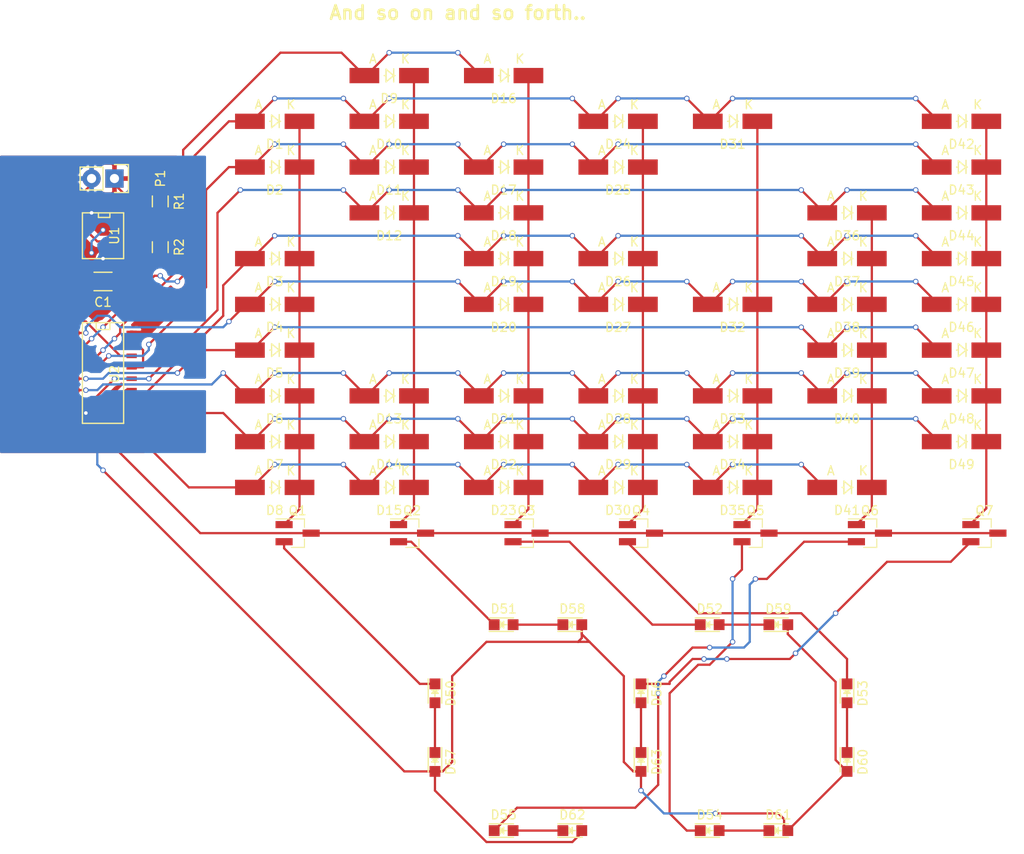
<source format=kicad_pcb>
(kicad_pcb (version 4) (host pcbnew 4.0.5+dfsg1-4)
  (layers (0 F.Cu signal) (31 B.Cu signal) (34 B.Paste user) (35 F.Paste user) (36 B.SilkS user) (37 F.SilkS user) (38 B.Mask user) (39 F.Mask user) (44 Edge.Cuts user))
  (net 0 "")
  (net 1 "Net-(C1-Pad1)")
  (net 2 GND)
  (net 3 /a)
  (net 4 "Net-(D1-Pad2)")
  (net 5 "Net-(D11-Pad2)")
  (net 6 "Net-(D19-Pad2)")
  (net 7 "Net-(D20-Pad2)")
  (net 8 "Net-(D39-Pad2)")
  (net 9 "Net-(D13-Pad2)")
  (net 10 "Net-(D14-Pad2)")
  (net 11 "Net-(D15-Pad2)")
  (net 12 /b)
  (net 13 "Net-(D16-Pad2)")
  (net 14 "Net-(D12-Pad2)")
  (net 15 /c)
  (net 16 /d)
  (net 17 /e)
  (net 18 /f)
  (net 19 /g)
  (net 20 "Net-(D50-Pad2)")
  (net 21 "Net-(D50-Pad1)")
  (net 22 "Net-(D51-Pad2)")
  (net 23 "Net-(D51-Pad1)")
  (net 24 "Net-(D52-Pad2)")
  (net 25 "Net-(D52-Pad1)")
  (net 26 "Net-(D53-Pad2)")
  (net 27 "Net-(D53-Pad1)")
  (net 28 "Net-(D54-Pad2)")
  (net 29 "Net-(D54-Pad1)")
  (net 30 "Net-(D55-Pad2)")
  (net 31 "Net-(D55-Pad1)")
  (net 32 "Net-(D56-Pad2)")
  (net 33 "Net-(D56-Pad1)")
  (net 34 +5V)
  (net 35 "Net-(R1-Pad2)")
  (net 36 "Net-(U1-Pad3)")
  (net 37 "Net-(U2-Pad12)")
  (module SMD_Packages:SO-16-N (layer F.Cu) (at 80.01 101.6 270)
    (fp_text reference U2 (at 0.127 -1.27 270) (layer F.SilkS))
    (fp_text value 4017)
    (pad 16 smd rect (at -4.445 -3.175 270) (size 0.508 1.143) (layers F.Cu F.Paste F.Mask) (net 34 +5V))
    (pad 14 smd rect (at -1.905 -3.175 270) (size 0.508 1.143) (layers F.Cu F.Paste F.Mask) (net 36 "Net-(U1-Pad3)"))
    (pad 13 smd rect (at -0.635 -3.175 270) (size 0.508 1.143) (layers F.Cu F.Paste F.Mask) (net 2 GND))
    (pad 12 smd rect (at 0.635 -3.175 270) (size 0.508 1.143) (layers F.Cu F.Paste F.Mask) (net 37 "Net-(U2-Pad12)"))
    (pad 11 smd rect (at 1.905 -3.175 270) (size 0.508 1.143) (layers F.Cu F.Paste F.Mask) (net 11 "Net-(D15-Pad2)"))
    (pad 10 smd rect (at 3.175 -3.175 270) (size 0.508 1.143) (layers F.Cu F.Paste F.Mask) (net 6 "Net-(D19-Pad2)"))
    (pad 9 smd rect (at 4.445 -3.175 270) (size 0.508 1.143) (layers F.Cu F.Paste F.Mask) (net 10 "Net-(D14-Pad2)"))
    (pad 8 smd rect (at 4.445 3.175 270) (size 0.508 1.143) (layers F.Cu F.Paste F.Mask) (net 2 GND))
    (pad 7 smd rect (at 3.175 3.175 270) (size 0.508 1.143) (layers F.Cu F.Paste F.Mask) (net 14 "Net-(D12-Pad2)"))
    (pad 6 smd rect (at 1.905 3.175 270) (size 0.508 1.143) (layers F.Cu F.Paste F.Mask) (net 9 "Net-(D13-Pad2)"))
    (pad 5 smd rect (at 0.635 3.175 270) (size 0.508 1.143) (layers F.Cu F.Paste F.Mask) (net 8 "Net-(D39-Pad2)"))
    (pad 4 smd rect (at -0.635 3.175 270) (size 0.508 1.143) (layers F.Cu F.Paste F.Mask) (net 5 "Net-(D11-Pad2)"))
    (pad 3 smd rect (at -1.905 3.175 270) (size 0.508 1.143) (layers F.Cu F.Paste F.Mask) (net 13 "Net-(D16-Pad2)"))
    (pad 2 smd rect (at -3.175 3.175 270) (size 0.508 1.143) (layers F.Cu F.Paste F.Mask) (net 4 "Net-(D1-Pad2)"))
    (pad 1 smd rect (at -4.445 3.175 270) (size 0.508 1.143) (layers F.Cu F.Paste F.Mask) (net 7 "Net-(D20-Pad2)"))
    (pad 15 smd rect (at -3.175 -3.175 270) (size 0.508 1.143) (layers F.Cu F.Paste F.Mask) (net 2 GND))
  )
  (module SMD_Packages:SOIC-8-N (layer F.Cu) (at 80.01 86.36 270)
    (fp_text reference U1 (at 0 -1.27 270) (layer F.SilkS))
    (fp_text value 555)
    (pad 8 smd rect (at -1.905 -3.175 270) (size 0.508 1.143) (layers F.Cu F.Paste F.Mask) (net 34 +5V))
    (pad 7 smd rect (at -0.635 -3.175 270) (size 0.508 1.143) (layers F.Cu F.Paste F.Mask) (net 35 "Net-(R1-Pad2)"))
    (pad 6 smd rect (at 0.635 -3.175 270) (size 0.508 1.143) (layers F.Cu F.Paste F.Mask) (net 1 "Net-(C1-Pad1)"))
    (pad 5 smd rect (at 1.905 -3.175 270) (size 0.508 1.143) (layers F.Cu F.Paste F.Mask) (net 2 GND))
    (pad 4 smd rect (at 1.905 3.175 270) (size 0.508 1.143) (layers F.Cu F.Paste F.Mask) (net 34 +5V))
    (pad 3 smd rect (at 0.635 3.175 270) (size 0.508 1.143) (layers F.Cu F.Paste F.Mask) (net 36 "Net-(U1-Pad3)"))
    (pad 2 smd rect (at -0.635 3.175 270) (size 0.508 1.143) (layers F.Cu F.Paste F.Mask) (net 1 "Net-(C1-Pad1)"))
    (pad 1 smd rect (at -1.905 3.175 270) (size 0.508 1.143) (layers F.Cu F.Paste F.Mask) (net 2 GND))
  )
  (module Capacitors_SMD:C_1206_HandSoldering (layer F.Cu) (at 80.01 91.44 180)
    (fp_text reference C1 (at 0 -2.3 180) (layer F.SilkS))
    (fp_text value 2.2uF)
    (pad 1 smd rect (at -2 0 180) (size 2 1.6) (layers F.Cu F.Paste F.Mask) (net 1 "Net-(C1-Pad1)"))
    (pad 2 smd rect (at 2 0 180) (size 2 1.6) (layers F.Cu F.Paste F.Mask) (net 2 GND))
  )
  (module Diodes_SMD:MiniMELF_Handsoldering (layer F.Cu) (at 99.06 73.66 180)
    (fp_text reference D1 (at 0 -2.54 180) (layer F.SilkS))
    (fp_text value D)
    (fp_text user K (at -1.8 1.85 180) (layer F.SilkS))
    (fp_text user A (at 1.8 1.85 180) (layer F.SilkS))
    (pad 1 smd rect (at -2.75082 0 180) (size 3.29946 1.69926) (layers F.Cu F.Paste F.Mask) (net 3 /a))
    (pad 2 smd rect (at 2.75082 0 180) (size 3.29946 1.69926) (layers F.Cu F.Paste F.Mask) (net 4 "Net-(D1-Pad2)"))
  )
  (module Diodes_SMD:MiniMELF_Handsoldering (layer F.Cu) (at 99.06 78.74 180)
    (fp_text reference D2 (at 0 -2.54 180) (layer F.SilkS))
    (fp_text value D)
    (fp_text user K (at -1.8 1.85 180) (layer F.SilkS))
    (fp_text user A (at 1.8 1.85 180) (layer F.SilkS))
    (pad 1 smd rect (at -2.75082 0 180) (size 3.29946 1.69926) (layers F.Cu F.Paste F.Mask) (net 3 /a))
    (pad 2 smd rect (at 2.75082 0 180) (size 3.29946 1.69926) (layers F.Cu F.Paste F.Mask) (net 5 "Net-(D11-Pad2)"))
  )
  (module Diodes_SMD:MiniMELF_Handsoldering (layer F.Cu) (at 99.06 88.9 180)
    (fp_text reference D3 (at 0 -2.54 180) (layer F.SilkS))
    (fp_text value D)
    (fp_text user K (at -1.8 1.85 180) (layer F.SilkS))
    (fp_text user A (at 1.8 1.85 180) (layer F.SilkS))
    (pad 1 smd rect (at -2.75082 0 180) (size 3.29946 1.69926) (layers F.Cu F.Paste F.Mask) (net 3 /a))
    (pad 2 smd rect (at 2.75082 0 180) (size 3.29946 1.69926) (layers F.Cu F.Paste F.Mask) (net 6 "Net-(D19-Pad2)"))
  )
  (module Diodes_SMD:MiniMELF_Handsoldering (layer F.Cu) (at 99.06 93.98 180)
    (fp_text reference D4 (at 0 -2.54 180) (layer F.SilkS))
    (fp_text value D)
    (fp_text user K (at -1.8 1.85 180) (layer F.SilkS))
    (fp_text user A (at 1.8 1.85 180) (layer F.SilkS))
    (pad 1 smd rect (at -2.75082 0 180) (size 3.29946 1.69926) (layers F.Cu F.Paste F.Mask) (net 3 /a))
    (pad 2 smd rect (at 2.75082 0 180) (size 3.29946 1.69926) (layers F.Cu F.Paste F.Mask) (net 7 "Net-(D20-Pad2)"))
  )
  (module Diodes_SMD:MiniMELF_Handsoldering (layer F.Cu) (at 99.06 99.06 180)
    (fp_text reference D5 (at 0 -2.54 180) (layer F.SilkS))
    (fp_text value D)
    (fp_text user K (at -1.8 1.85 180) (layer F.SilkS))
    (fp_text user A (at 1.8 1.85 180) (layer F.SilkS))
    (pad 1 smd rect (at -2.75082 0 180) (size 3.29946 1.69926) (layers F.Cu F.Paste F.Mask) (net 3 /a))
    (pad 2 smd rect (at 2.75082 0 180) (size 3.29946 1.69926) (layers F.Cu F.Paste F.Mask) (net 8 "Net-(D39-Pad2)"))
  )
  (module Diodes_SMD:MiniMELF_Handsoldering (layer F.Cu) (at 99.06 104.14 180)
    (fp_text reference D6 (at 0 -2.54 180) (layer F.SilkS))
    (fp_text value D)
    (fp_text user K (at -1.8 1.85 180) (layer F.SilkS))
    (fp_text user A (at 1.8 1.85 180) (layer F.SilkS))
    (pad 1 smd rect (at -2.75082 0 180) (size 3.29946 1.69926) (layers F.Cu F.Paste F.Mask) (net 3 /a))
    (pad 2 smd rect (at 2.75082 0 180) (size 3.29946 1.69926) (layers F.Cu F.Paste F.Mask) (net 9 "Net-(D13-Pad2)"))
  )
  (module Diodes_SMD:MiniMELF_Handsoldering (layer F.Cu) (at 99.06 109.22 180)
    (fp_text reference D7 (at 0 -2.54 180) (layer F.SilkS))
    (fp_text value D)
    (fp_text user K (at -1.8 1.85 180) (layer F.SilkS))
    (fp_text user A (at 1.8 1.85 180) (layer F.SilkS))
    (pad 1 smd rect (at -2.75082 0 180) (size 3.29946 1.69926) (layers F.Cu F.Paste F.Mask) (net 3 /a))
    (pad 2 smd rect (at 2.75082 0 180) (size 3.29946 1.69926) (layers F.Cu F.Paste F.Mask) (net 10 "Net-(D14-Pad2)"))
  )
  (module Diodes_SMD:MiniMELF_Handsoldering (layer F.Cu) (at 99.06 114.3 180)
    (fp_text reference D8 (at 0 -2.54 180) (layer F.SilkS))
    (fp_text value D)
    (fp_text user K (at -1.8 1.85 180) (layer F.SilkS))
    (fp_text user A (at 1.8 1.85 180) (layer F.SilkS))
    (pad 1 smd rect (at -2.75082 0 180) (size 3.29946 1.69926) (layers F.Cu F.Paste F.Mask) (net 3 /a))
    (pad 2 smd rect (at 2.75082 0 180) (size 3.29946 1.69926) (layers F.Cu F.Paste F.Mask) (net 11 "Net-(D15-Pad2)"))
  )
  (module Diodes_SMD:MiniMELF_Handsoldering (layer F.Cu) (at 111.76 68.58 180)
    (fp_text reference D9 (at 0 -2.54 180) (layer F.SilkS))
    (fp_text value D)
    (fp_text user K (at -1.8 1.85 180) (layer F.SilkS))
    (fp_text user A (at 1.8 1.85 180) (layer F.SilkS))
    (pad 1 smd rect (at -2.75082 0 180) (size 3.29946 1.69926) (layers F.Cu F.Paste F.Mask) (net 12 /b))
    (pad 2 smd rect (at 2.75082 0 180) (size 3.29946 1.69926) (layers F.Cu F.Paste F.Mask) (net 13 "Net-(D16-Pad2)"))
  )
  (module Diodes_SMD:MiniMELF_Handsoldering (layer F.Cu) (at 111.76 73.66 180)
    (fp_text reference D10 (at 0 -2.54 180) (layer F.SilkS))
    (fp_text value D)
    (fp_text user K (at -1.8 1.85 180) (layer F.SilkS))
    (fp_text user A (at 1.8 1.85 180) (layer F.SilkS))
    (pad 1 smd rect (at -2.75082 0 180) (size 3.29946 1.69926) (layers F.Cu F.Paste F.Mask) (net 12 /b))
    (pad 2 smd rect (at 2.75082 0 180) (size 3.29946 1.69926) (layers F.Cu F.Paste F.Mask) (net 4 "Net-(D1-Pad2)"))
  )
  (module Diodes_SMD:MiniMELF_Handsoldering (layer F.Cu) (at 111.76 78.74 180)
    (fp_text reference D11 (at 0 -2.54 180) (layer F.SilkS))
    (fp_text value D)
    (fp_text user K (at -1.8 1.85 180) (layer F.SilkS))
    (fp_text user A (at 1.8 1.85 180) (layer F.SilkS))
    (pad 1 smd rect (at -2.75082 0 180) (size 3.29946 1.69926) (layers F.Cu F.Paste F.Mask) (net 12 /b))
    (pad 2 smd rect (at 2.75082 0 180) (size 3.29946 1.69926) (layers F.Cu F.Paste F.Mask) (net 5 "Net-(D11-Pad2)"))
  )
  (module Diodes_SMD:MiniMELF_Handsoldering (layer F.Cu) (at 111.76 83.82 180)
    (fp_text reference D12 (at 0 -2.54 180) (layer F.SilkS))
    (fp_text value D)
    (fp_text user K (at -1.8 1.85 180) (layer F.SilkS))
    (fp_text user A (at 1.8 1.85 180) (layer F.SilkS))
    (pad 1 smd rect (at -2.75082 0 180) (size 3.29946 1.69926) (layers F.Cu F.Paste F.Mask) (net 12 /b))
    (pad 2 smd rect (at 2.75082 0 180) (size 3.29946 1.69926) (layers F.Cu F.Paste F.Mask) (net 14 "Net-(D12-Pad2)"))
  )
  (module Diodes_SMD:MiniMELF_Handsoldering (layer F.Cu) (at 111.76 104.14 180)
    (fp_text reference D13 (at 0 -2.54 180) (layer F.SilkS))
    (fp_text value D)
    (fp_text user K (at -1.8 1.85 180) (layer F.SilkS))
    (fp_text user A (at 1.8 1.85 180) (layer F.SilkS))
    (pad 1 smd rect (at -2.75082 0 180) (size 3.29946 1.69926) (layers F.Cu F.Paste F.Mask) (net 12 /b))
    (pad 2 smd rect (at 2.75082 0 180) (size 3.29946 1.69926) (layers F.Cu F.Paste F.Mask) (net 9 "Net-(D13-Pad2)"))
  )
  (module Diodes_SMD:MiniMELF_Handsoldering (layer F.Cu) (at 111.76 109.22 180)
    (fp_text reference D14 (at 0 -2.54 180) (layer F.SilkS))
    (fp_text value D)
    (fp_text user K (at -1.8 1.85 180) (layer F.SilkS))
    (fp_text user A (at 1.8 1.85 180) (layer F.SilkS))
    (pad 1 smd rect (at -2.75082 0 180) (size 3.29946 1.69926) (layers F.Cu F.Paste F.Mask) (net 12 /b))
    (pad 2 smd rect (at 2.75082 0 180) (size 3.29946 1.69926) (layers F.Cu F.Paste F.Mask) (net 10 "Net-(D14-Pad2)"))
  )
  (module Diodes_SMD:MiniMELF_Handsoldering (layer F.Cu) (at 111.76 114.3 180)
    (fp_text reference D15 (at 0 -2.54 180) (layer F.SilkS))
    (fp_text value D)
    (fp_text user K (at -1.8 1.85 180) (layer F.SilkS))
    (fp_text user A (at 1.8 1.85 180) (layer F.SilkS))
    (pad 1 smd rect (at -2.75082 0 180) (size 3.29946 1.69926) (layers F.Cu F.Paste F.Mask) (net 12 /b))
    (pad 2 smd rect (at 2.75082 0 180) (size 3.29946 1.69926) (layers F.Cu F.Paste F.Mask) (net 11 "Net-(D15-Pad2)"))
  )
  (module Diodes_SMD:MiniMELF_Handsoldering (layer F.Cu) (at 124.46 68.58 180)
    (fp_text reference D16 (at 0 -2.54 180) (layer F.SilkS))
    (fp_text value D)
    (fp_text user K (at -1.8 1.85 180) (layer F.SilkS))
    (fp_text user A (at 1.8 1.85 180) (layer F.SilkS))
    (pad 1 smd rect (at -2.75082 0 180) (size 3.29946 1.69926) (layers F.Cu F.Paste F.Mask) (net 15 /c))
    (pad 2 smd rect (at 2.75082 0 180) (size 3.29946 1.69926) (layers F.Cu F.Paste F.Mask) (net 13 "Net-(D16-Pad2)"))
  )
  (module Diodes_SMD:MiniMELF_Handsoldering (layer F.Cu) (at 124.46 78.74 180)
    (fp_text reference D17 (at 0 -2.54 180) (layer F.SilkS))
    (fp_text value D)
    (fp_text user K (at -1.8 1.85 180) (layer F.SilkS))
    (fp_text user A (at 1.8 1.85 180) (layer F.SilkS))
    (pad 1 smd rect (at -2.75082 0 180) (size 3.29946 1.69926) (layers F.Cu F.Paste F.Mask) (net 15 /c))
    (pad 2 smd rect (at 2.75082 0 180) (size 3.29946 1.69926) (layers F.Cu F.Paste F.Mask) (net 5 "Net-(D11-Pad2)"))
  )
  (module Diodes_SMD:MiniMELF_Handsoldering (layer F.Cu) (at 124.46 83.82 180)
    (fp_text reference D18 (at 0 -2.54 180) (layer F.SilkS))
    (fp_text value D)
    (fp_text user K (at -1.8 1.85 180) (layer F.SilkS))
    (fp_text user A (at 1.8 1.85 180) (layer F.SilkS))
    (pad 1 smd rect (at -2.75082 0 180) (size 3.29946 1.69926) (layers F.Cu F.Paste F.Mask) (net 15 /c))
    (pad 2 smd rect (at 2.75082 0 180) (size 3.29946 1.69926) (layers F.Cu F.Paste F.Mask) (net 14 "Net-(D12-Pad2)"))
  )
  (module Diodes_SMD:MiniMELF_Handsoldering (layer F.Cu) (at 124.46 88.9 180)
    (fp_text reference D19 (at 0 -2.54 180) (layer F.SilkS))
    (fp_text value D)
    (fp_text user K (at -1.8 1.85 180) (layer F.SilkS))
    (fp_text user A (at 1.8 1.85 180) (layer F.SilkS))
    (pad 1 smd rect (at -2.75082 0 180) (size 3.29946 1.69926) (layers F.Cu F.Paste F.Mask) (net 15 /c))
    (pad 2 smd rect (at 2.75082 0 180) (size 3.29946 1.69926) (layers F.Cu F.Paste F.Mask) (net 6 "Net-(D19-Pad2)"))
  )
  (module Diodes_SMD:MiniMELF_Handsoldering (layer F.Cu) (at 124.46 93.98 180)
    (fp_text reference D20 (at 0 -2.54 180) (layer F.SilkS))
    (fp_text value D)
    (fp_text user K (at -1.8 1.85 180) (layer F.SilkS))
    (fp_text user A (at 1.8 1.85 180) (layer F.SilkS))
    (pad 1 smd rect (at -2.75082 0 180) (size 3.29946 1.69926) (layers F.Cu F.Paste F.Mask) (net 15 /c))
    (pad 2 smd rect (at 2.75082 0 180) (size 3.29946 1.69926) (layers F.Cu F.Paste F.Mask) (net 7 "Net-(D20-Pad2)"))
  )
  (module Diodes_SMD:MiniMELF_Handsoldering (layer F.Cu) (at 124.46 104.14 180)
    (fp_text reference D21 (at 0 -2.54 180) (layer F.SilkS))
    (fp_text value D)
    (fp_text user K (at -1.8 1.85 180) (layer F.SilkS))
    (fp_text user A (at 1.8 1.85 180) (layer F.SilkS))
    (pad 1 smd rect (at -2.75082 0 180) (size 3.29946 1.69926) (layers F.Cu F.Paste F.Mask) (net 15 /c))
    (pad 2 smd rect (at 2.75082 0 180) (size 3.29946 1.69926) (layers F.Cu F.Paste F.Mask) (net 9 "Net-(D13-Pad2)"))
  )
  (module Diodes_SMD:MiniMELF_Handsoldering (layer F.Cu) (at 124.46 109.22 180)
    (fp_text reference D22 (at 0 -2.54 180) (layer F.SilkS))
    (fp_text value D)
    (fp_text user K (at -1.8 1.85 180) (layer F.SilkS))
    (fp_text user A (at 1.8 1.85 180) (layer F.SilkS))
    (pad 1 smd rect (at -2.75082 0 180) (size 3.29946 1.69926) (layers F.Cu F.Paste F.Mask) (net 15 /c))
    (pad 2 smd rect (at 2.75082 0 180) (size 3.29946 1.69926) (layers F.Cu F.Paste F.Mask) (net 10 "Net-(D14-Pad2)"))
  )
  (module Diodes_SMD:MiniMELF_Handsoldering (layer F.Cu) (at 124.46 114.3 180)
    (fp_text reference D23 (at 0 -2.54 180) (layer F.SilkS))
    (fp_text value D)
    (fp_text user K (at -1.8 1.85 180) (layer F.SilkS))
    (fp_text user A (at 1.8 1.85 180) (layer F.SilkS))
    (pad 1 smd rect (at -2.75082 0 180) (size 3.29946 1.69926) (layers F.Cu F.Paste F.Mask) (net 15 /c))
    (pad 2 smd rect (at 2.75082 0 180) (size 3.29946 1.69926) (layers F.Cu F.Paste F.Mask) (net 11 "Net-(D15-Pad2)"))
  )
  (module Diodes_SMD:MiniMELF_Handsoldering (layer F.Cu) (at 137.16 73.66 180)
    (fp_text reference D24 (at 0 -2.54 180) (layer F.SilkS))
    (fp_text value D)
    (fp_text user K (at -1.8 1.85 180) (layer F.SilkS))
    (fp_text user A (at 1.8 1.85 180) (layer F.SilkS))
    (pad 1 smd rect (at -2.75082 0 180) (size 3.29946 1.69926) (layers F.Cu F.Paste F.Mask) (net 16 /d))
    (pad 2 smd rect (at 2.75082 0 180) (size 3.29946 1.69926) (layers F.Cu F.Paste F.Mask) (net 4 "Net-(D1-Pad2)"))
  )
  (module Diodes_SMD:MiniMELF_Handsoldering (layer F.Cu) (at 137.16 78.74 180)
    (fp_text reference D25 (at 0 -2.54 180) (layer F.SilkS))
    (fp_text value D)
    (fp_text user K (at -1.8 1.85 180) (layer F.SilkS))
    (fp_text user A (at 1.8 1.85 180) (layer F.SilkS))
    (pad 1 smd rect (at -2.75082 0 180) (size 3.29946 1.69926) (layers F.Cu F.Paste F.Mask) (net 16 /d))
    (pad 2 smd rect (at 2.75082 0 180) (size 3.29946 1.69926) (layers F.Cu F.Paste F.Mask) (net 5 "Net-(D11-Pad2)"))
  )
  (module Diodes_SMD:MiniMELF_Handsoldering (layer F.Cu) (at 137.16 88.9 180)
    (fp_text reference D26 (at 0 -2.54 180) (layer F.SilkS))
    (fp_text value D)
    (fp_text user K (at -1.8 1.85 180) (layer F.SilkS))
    (fp_text user A (at 1.8 1.85 180) (layer F.SilkS))
    (pad 1 smd rect (at -2.75082 0 180) (size 3.29946 1.69926) (layers F.Cu F.Paste F.Mask) (net 16 /d))
    (pad 2 smd rect (at 2.75082 0 180) (size 3.29946 1.69926) (layers F.Cu F.Paste F.Mask) (net 6 "Net-(D19-Pad2)"))
  )
  (module Diodes_SMD:MiniMELF_Handsoldering (layer F.Cu) (at 137.16 93.98 180)
    (fp_text reference D27 (at 0 -2.54 180) (layer F.SilkS))
    (fp_text value D)
    (fp_text user K (at -1.8 1.85 180) (layer F.SilkS))
    (fp_text user A (at 1.8 1.85 180) (layer F.SilkS))
    (pad 1 smd rect (at -2.75082 0 180) (size 3.29946 1.69926) (layers F.Cu F.Paste F.Mask) (net 16 /d))
    (pad 2 smd rect (at 2.75082 0 180) (size 3.29946 1.69926) (layers F.Cu F.Paste F.Mask) (net 7 "Net-(D20-Pad2)"))
  )
  (module Diodes_SMD:MiniMELF_Handsoldering (layer F.Cu) (at 137.16 104.14 180)
    (fp_text reference D28 (at 0 -2.54 180) (layer F.SilkS))
    (fp_text value D)
    (fp_text user K (at -1.8 1.85 180) (layer F.SilkS))
    (fp_text user A (at 1.8 1.85 180) (layer F.SilkS))
    (pad 1 smd rect (at -2.75082 0 180) (size 3.29946 1.69926) (layers F.Cu F.Paste F.Mask) (net 16 /d))
    (pad 2 smd rect (at 2.75082 0 180) (size 3.29946 1.69926) (layers F.Cu F.Paste F.Mask) (net 9 "Net-(D13-Pad2)"))
  )
  (module Diodes_SMD:MiniMELF_Handsoldering (layer F.Cu) (at 137.16 109.22 180)
    (fp_text reference D29 (at 0 -2.54 180) (layer F.SilkS))
    (fp_text value D)
    (fp_text user K (at -1.8 1.85 180) (layer F.SilkS))
    (fp_text user A (at 1.8 1.85 180) (layer F.SilkS))
    (pad 1 smd rect (at -2.75082 0 180) (size 3.29946 1.69926) (layers F.Cu F.Paste F.Mask) (net 16 /d))
    (pad 2 smd rect (at 2.75082 0 180) (size 3.29946 1.69926) (layers F.Cu F.Paste F.Mask) (net 10 "Net-(D14-Pad2)"))
  )
  (module Diodes_SMD:MiniMELF_Handsoldering (layer F.Cu) (at 137.16 114.3 180)
    (fp_text reference D30 (at 0 -2.54 180) (layer F.SilkS))
    (fp_text value D)
    (fp_text user K (at -1.8 1.85 180) (layer F.SilkS))
    (fp_text user A (at 1.8 1.85 180) (layer F.SilkS))
    (pad 1 smd rect (at -2.75082 0 180) (size 3.29946 1.69926) (layers F.Cu F.Paste F.Mask) (net 16 /d))
    (pad 2 smd rect (at 2.75082 0 180) (size 3.29946 1.69926) (layers F.Cu F.Paste F.Mask) (net 11 "Net-(D15-Pad2)"))
  )
  (module Diodes_SMD:MiniMELF_Handsoldering (layer F.Cu) (at 149.86 73.66 180)
    (fp_text reference D31 (at 0 -2.54 180) (layer F.SilkS))
    (fp_text value D)
    (fp_text user K (at -1.8 1.85 180) (layer F.SilkS))
    (fp_text user A (at 1.8 1.85 180) (layer F.SilkS))
    (pad 1 smd rect (at -2.75082 0 180) (size 3.29946 1.69926) (layers F.Cu F.Paste F.Mask) (net 17 /e))
    (pad 2 smd rect (at 2.75082 0 180) (size 3.29946 1.69926) (layers F.Cu F.Paste F.Mask) (net 4 "Net-(D1-Pad2)"))
  )
  (module Diodes_SMD:MiniMELF_Handsoldering (layer F.Cu) (at 149.86 93.98 180)
    (fp_text reference D32 (at 0 -2.54 180) (layer F.SilkS))
    (fp_text value D)
    (fp_text user K (at -1.8 1.85 180) (layer F.SilkS))
    (fp_text user A (at 1.8 1.85 180) (layer F.SilkS))
    (pad 1 smd rect (at -2.75082 0 180) (size 3.29946 1.69926) (layers F.Cu F.Paste F.Mask) (net 17 /e))
    (pad 2 smd rect (at 2.75082 0 180) (size 3.29946 1.69926) (layers F.Cu F.Paste F.Mask) (net 7 "Net-(D20-Pad2)"))
  )
  (module Diodes_SMD:MiniMELF_Handsoldering (layer F.Cu) (at 149.86 104.14 180)
    (fp_text reference D33 (at 0 -2.54 180) (layer F.SilkS))
    (fp_text value D)
    (fp_text user K (at -1.8 1.85 180) (layer F.SilkS))
    (fp_text user A (at 1.8 1.85 180) (layer F.SilkS))
    (pad 1 smd rect (at -2.75082 0 180) (size 3.29946 1.69926) (layers F.Cu F.Paste F.Mask) (net 17 /e))
    (pad 2 smd rect (at 2.75082 0 180) (size 3.29946 1.69926) (layers F.Cu F.Paste F.Mask) (net 9 "Net-(D13-Pad2)"))
  )
  (module Diodes_SMD:MiniMELF_Handsoldering (layer F.Cu) (at 149.86 109.22 180)
    (fp_text reference D34 (at 0 -2.54 180) (layer F.SilkS))
    (fp_text value D)
    (fp_text user K (at -1.8 1.85 180) (layer F.SilkS))
    (fp_text user A (at 1.8 1.85 180) (layer F.SilkS))
    (pad 1 smd rect (at -2.75082 0 180) (size 3.29946 1.69926) (layers F.Cu F.Paste F.Mask) (net 17 /e))
    (pad 2 smd rect (at 2.75082 0 180) (size 3.29946 1.69926) (layers F.Cu F.Paste F.Mask) (net 10 "Net-(D14-Pad2)"))
  )
  (module Diodes_SMD:MiniMELF_Handsoldering (layer F.Cu) (at 149.86 114.3 180)
    (fp_text reference D35 (at 0 -2.54 180) (layer F.SilkS))
    (fp_text value D)
    (fp_text user K (at -1.8 1.85 180) (layer F.SilkS))
    (fp_text user A (at 1.8 1.85 180) (layer F.SilkS))
    (pad 1 smd rect (at -2.75082 0 180) (size 3.29946 1.69926) (layers F.Cu F.Paste F.Mask) (net 17 /e))
    (pad 2 smd rect (at 2.75082 0 180) (size 3.29946 1.69926) (layers F.Cu F.Paste F.Mask) (net 11 "Net-(D15-Pad2)"))
  )
  (module Diodes_SMD:MiniMELF_Handsoldering (layer F.Cu) (at 162.56 83.82 180)
    (fp_text reference D36 (at 0 -2.54 180) (layer F.SilkS))
    (fp_text value D)
    (fp_text user K (at -1.8 1.85 180) (layer F.SilkS))
    (fp_text user A (at 1.8 1.85 180) (layer F.SilkS))
    (pad 1 smd rect (at -2.75082 0 180) (size 3.29946 1.69926) (layers F.Cu F.Paste F.Mask) (net 18 /f))
    (pad 2 smd rect (at 2.75082 0 180) (size 3.29946 1.69926) (layers F.Cu F.Paste F.Mask) (net 14 "Net-(D12-Pad2)"))
  )
  (module Diodes_SMD:MiniMELF_Handsoldering (layer F.Cu) (at 162.56 88.9 180)
    (fp_text reference D37 (at 0 -2.54 180) (layer F.SilkS))
    (fp_text value D)
    (fp_text user K (at -1.8 1.85 180) (layer F.SilkS))
    (fp_text user A (at 1.8 1.85 180) (layer F.SilkS))
    (pad 1 smd rect (at -2.75082 0 180) (size 3.29946 1.69926) (layers F.Cu F.Paste F.Mask) (net 18 /f))
    (pad 2 smd rect (at 2.75082 0 180) (size 3.29946 1.69926) (layers F.Cu F.Paste F.Mask) (net 6 "Net-(D19-Pad2)"))
  )
  (module Diodes_SMD:MiniMELF_Handsoldering (layer F.Cu) (at 162.56 93.98 180)
    (fp_text reference D38 (at 0 -2.54 180) (layer F.SilkS))
    (fp_text value D)
    (fp_text user K (at -1.8 1.85 180) (layer F.SilkS))
    (fp_text user A (at 1.8 1.85 180) (layer F.SilkS))
    (pad 1 smd rect (at -2.75082 0 180) (size 3.29946 1.69926) (layers F.Cu F.Paste F.Mask) (net 18 /f))
    (pad 2 smd rect (at 2.75082 0 180) (size 3.29946 1.69926) (layers F.Cu F.Paste F.Mask) (net 7 "Net-(D20-Pad2)"))
  )
  (module Diodes_SMD:MiniMELF_Handsoldering (layer F.Cu) (at 162.56 99.06 180)
    (fp_text reference D39 (at 0 -2.54 180) (layer F.SilkS))
    (fp_text value D)
    (fp_text user K (at -1.8 1.85 180) (layer F.SilkS))
    (fp_text user A (at 1.8 1.85 180) (layer F.SilkS))
    (pad 1 smd rect (at -2.75082 0 180) (size 3.29946 1.69926) (layers F.Cu F.Paste F.Mask) (net 18 /f))
    (pad 2 smd rect (at 2.75082 0 180) (size 3.29946 1.69926) (layers F.Cu F.Paste F.Mask) (net 8 "Net-(D39-Pad2)"))
  )
  (module Diodes_SMD:MiniMELF_Handsoldering (layer F.Cu) (at 162.56 104.14 180)
    (fp_text reference D40 (at 0 -2.54 180) (layer F.SilkS))
    (fp_text value D)
    (fp_text user K (at -1.8 1.85 180) (layer F.SilkS))
    (fp_text user A (at 1.8 1.85 180) (layer F.SilkS))
    (pad 1 smd rect (at -2.75082 0 180) (size 3.29946 1.69926) (layers F.Cu F.Paste F.Mask) (net 18 /f))
    (pad 2 smd rect (at 2.75082 0 180) (size 3.29946 1.69926) (layers F.Cu F.Paste F.Mask) (net 9 "Net-(D13-Pad2)"))
  )
  (module Diodes_SMD:MiniMELF_Handsoldering (layer F.Cu) (at 162.56 114.3 180)
    (fp_text reference D41 (at 0 -2.54 180) (layer F.SilkS))
    (fp_text value D)
    (fp_text user K (at -1.8 1.85 180) (layer F.SilkS))
    (fp_text user A (at 1.8 1.85 180) (layer F.SilkS))
    (pad 1 smd rect (at -2.75082 0 180) (size 3.29946 1.69926) (layers F.Cu F.Paste F.Mask) (net 18 /f))
    (pad 2 smd rect (at 2.75082 0 180) (size 3.29946 1.69926) (layers F.Cu F.Paste F.Mask) (net 11 "Net-(D15-Pad2)"))
  )
  (module Diodes_SMD:MiniMELF_Handsoldering (layer F.Cu) (at 175.26 73.66 180)
    (fp_text reference D42 (at 0 -2.54 180) (layer F.SilkS))
    (fp_text value D)
    (fp_text user K (at -1.8 1.85 180) (layer F.SilkS))
    (fp_text user A (at 1.8 1.85 180) (layer F.SilkS))
    (pad 1 smd rect (at -2.75082 0 180) (size 3.29946 1.69926) (layers F.Cu F.Paste F.Mask) (net 19 /g))
    (pad 2 smd rect (at 2.75082 0 180) (size 3.29946 1.69926) (layers F.Cu F.Paste F.Mask) (net 4 "Net-(D1-Pad2)"))
  )
  (module Diodes_SMD:MiniMELF_Handsoldering (layer F.Cu) (at 175.26 78.74 180)
    (fp_text reference D43 (at 0 -2.54 180) (layer F.SilkS))
    (fp_text value D)
    (fp_text user K (at -1.8 1.85 180) (layer F.SilkS))
    (fp_text user A (at 1.8 1.85 180) (layer F.SilkS))
    (pad 1 smd rect (at -2.75082 0 180) (size 3.29946 1.69926) (layers F.Cu F.Paste F.Mask) (net 19 /g))
    (pad 2 smd rect (at 2.75082 0 180) (size 3.29946 1.69926) (layers F.Cu F.Paste F.Mask) (net 5 "Net-(D11-Pad2)"))
  )
  (module Diodes_SMD:MiniMELF_Handsoldering (layer F.Cu) (at 175.26 83.82 180)
    (fp_text reference D44 (at 0 -2.54 180) (layer F.SilkS))
    (fp_text value D)
    (fp_text user K (at -1.8 1.85 180) (layer F.SilkS))
    (fp_text user A (at 1.8 1.85 180) (layer F.SilkS))
    (pad 1 smd rect (at -2.75082 0 180) (size 3.29946 1.69926) (layers F.Cu F.Paste F.Mask) (net 19 /g))
    (pad 2 smd rect (at 2.75082 0 180) (size 3.29946 1.69926) (layers F.Cu F.Paste F.Mask) (net 14 "Net-(D12-Pad2)"))
  )
  (module Diodes_SMD:MiniMELF_Handsoldering (layer F.Cu) (at 175.26 88.9 180)
    (fp_text reference D45 (at 0 -2.54 180) (layer F.SilkS))
    (fp_text value D)
    (fp_text user K (at -1.8 1.85 180) (layer F.SilkS))
    (fp_text user A (at 1.8 1.85 180) (layer F.SilkS))
    (pad 1 smd rect (at -2.75082 0 180) (size 3.29946 1.69926) (layers F.Cu F.Paste F.Mask) (net 19 /g))
    (pad 2 smd rect (at 2.75082 0 180) (size 3.29946 1.69926) (layers F.Cu F.Paste F.Mask) (net 6 "Net-(D19-Pad2)"))
  )
  (module Diodes_SMD:MiniMELF_Handsoldering (layer F.Cu) (at 175.26 93.98 180)
    (fp_text reference D46 (at 0 -2.54 180) (layer F.SilkS))
    (fp_text value D)
    (fp_text user K (at -1.8 1.85 180) (layer F.SilkS))
    (fp_text user A (at 1.8 1.85 180) (layer F.SilkS))
    (pad 1 smd rect (at -2.75082 0 180) (size 3.29946 1.69926) (layers F.Cu F.Paste F.Mask) (net 19 /g))
    (pad 2 smd rect (at 2.75082 0 180) (size 3.29946 1.69926) (layers F.Cu F.Paste F.Mask) (net 7 "Net-(D20-Pad2)"))
  )
  (module Diodes_SMD:MiniMELF_Handsoldering (layer F.Cu) (at 175.26 99.06 180)
    (fp_text reference D47 (at 0 -2.54 180) (layer F.SilkS))
    (fp_text value D)
    (fp_text user K (at -1.8 1.85 180) (layer F.SilkS))
    (fp_text user A (at 1.8 1.85 180) (layer F.SilkS))
    (pad 1 smd rect (at -2.75082 0 180) (size 3.29946 1.69926) (layers F.Cu F.Paste F.Mask) (net 19 /g))
    (pad 2 smd rect (at 2.75082 0 180) (size 3.29946 1.69926) (layers F.Cu F.Paste F.Mask) (net 8 "Net-(D39-Pad2)"))
  )
  (module Diodes_SMD:MiniMELF_Handsoldering (layer F.Cu) (at 175.26 104.14 180)
    (fp_text reference D48 (at 0 -2.54 180) (layer F.SilkS))
    (fp_text value D)
    (fp_text user K (at -1.8 1.85 180) (layer F.SilkS))
    (fp_text user A (at 1.8 1.85 180) (layer F.SilkS))
    (pad 1 smd rect (at -2.75082 0 180) (size 3.29946 1.69926) (layers F.Cu F.Paste F.Mask) (net 19 /g))
    (pad 2 smd rect (at 2.75082 0 180) (size 3.29946 1.69926) (layers F.Cu F.Paste F.Mask) (net 9 "Net-(D13-Pad2)"))
  )
  (module Diodes_SMD:MiniMELF_Handsoldering (layer F.Cu) (at 175.26 109.22 180)
    (fp_text reference D49 (at 0 -2.54 180) (layer F.SilkS))
    (fp_text value D)
    (fp_text user K (at -1.8 1.85 180) (layer F.SilkS))
    (fp_text user A (at 1.8 1.85 180) (layer F.SilkS))
    (pad 1 smd rect (at -2.75082 0 180) (size 3.29946 1.69926) (layers F.Cu F.Paste F.Mask) (net 19 /g))
    (pad 2 smd rect (at 2.75082 0 180) (size 3.29946 1.69926) (layers F.Cu F.Paste F.Mask) (net 10 "Net-(D14-Pad2)"))
  )
  (module LEDs:LED_0805 (layer F.Cu) (at 116.84 137.16 270)
    (fp_text reference D50 (at 0 -1.75 270) (layer F.SilkS))
    (fp_text value LED)
    (pad 2 smd rect (at 1.04902 0 90) (size 1.19888 1.19888) (layers F.Cu F.Paste F.Mask) (net 20 "Net-(D50-Pad2)"))
    (pad 1 smd rect (at -1.04902 0 90) (size 1.19888 1.19888) (layers F.Cu F.Paste F.Mask) (net 21 "Net-(D50-Pad1)"))
  )
  (module LEDs:LED_0805 (layer F.Cu) (at 124.46 129.54)
    (fp_text reference D51 (at 0 -1.75) (layer F.SilkS))
    (fp_text value LED)
    (pad 2 smd rect (at 1.04902 0 180) (size 1.19888 1.19888) (layers F.Cu F.Paste F.Mask) (net 22 "Net-(D51-Pad2)"))
    (pad 1 smd rect (at -1.04902 0 180) (size 1.19888 1.19888) (layers F.Cu F.Paste F.Mask) (net 23 "Net-(D51-Pad1)"))
  )
  (module LEDs:LED_0805 (layer F.Cu) (at 147.32 129.54)
    (fp_text reference D52 (at 0 -1.75) (layer F.SilkS))
    (fp_text value LED)
    (pad 2 smd rect (at 1.04902 0 180) (size 1.19888 1.19888) (layers F.Cu F.Paste F.Mask) (net 24 "Net-(D52-Pad2)"))
    (pad 1 smd rect (at -1.04902 0 180) (size 1.19888 1.19888) (layers F.Cu F.Paste F.Mask) (net 25 "Net-(D52-Pad1)"))
  )
  (module LEDs:LED_0805 (layer F.Cu) (at 162.56 137.16 270)
    (fp_text reference D53 (at 0 -1.75 270) (layer F.SilkS))
    (fp_text value LED)
    (pad 2 smd rect (at 1.04902 0 90) (size 1.19888 1.19888) (layers F.Cu F.Paste F.Mask) (net 26 "Net-(D53-Pad2)"))
    (pad 1 smd rect (at -1.04902 0 90) (size 1.19888 1.19888) (layers F.Cu F.Paste F.Mask) (net 27 "Net-(D53-Pad1)"))
  )
  (module LEDs:LED_0805 (layer F.Cu) (at 147.32 152.4)
    (fp_text reference D54 (at 0 -1.75) (layer F.SilkS))
    (fp_text value LED)
    (pad 2 smd rect (at 1.04902 0 180) (size 1.19888 1.19888) (layers F.Cu F.Paste F.Mask) (net 28 "Net-(D54-Pad2)"))
    (pad 1 smd rect (at -1.04902 0 180) (size 1.19888 1.19888) (layers F.Cu F.Paste F.Mask) (net 29 "Net-(D54-Pad1)"))
  )
  (module LEDs:LED_0805 (layer F.Cu) (at 124.46 152.4)
    (fp_text reference D55 (at 0 -1.75) (layer F.SilkS))
    (fp_text value LED)
    (pad 2 smd rect (at 1.04902 0 180) (size 1.19888 1.19888) (layers F.Cu F.Paste F.Mask) (net 30 "Net-(D55-Pad2)"))
    (pad 1 smd rect (at -1.04902 0 180) (size 1.19888 1.19888) (layers F.Cu F.Paste F.Mask) (net 31 "Net-(D55-Pad1)"))
  )
  (module LEDs:LED_0805 (layer F.Cu) (at 139.7 137.16 270)
    (fp_text reference D56 (at 0 -1.75 270) (layer F.SilkS))
    (fp_text value LED)
    (pad 2 smd rect (at 1.04902 0 90) (size 1.19888 1.19888) (layers F.Cu F.Paste F.Mask) (net 32 "Net-(D56-Pad2)"))
    (pad 1 smd rect (at -1.04902 0 90) (size 1.19888 1.19888) (layers F.Cu F.Paste F.Mask) (net 33 "Net-(D56-Pad1)"))
  )
  (module LEDs:LED_0805 (layer F.Cu) (at 116.84 144.78 270)
    (fp_text reference D57 (at 0 -1.75 270) (layer F.SilkS))
    (fp_text value LED)
    (pad 2 smd rect (at 1.04902 0 90) (size 1.19888 1.19888) (layers F.Cu F.Paste F.Mask) (net 2 GND))
    (pad 1 smd rect (at -1.04902 0 90) (size 1.19888 1.19888) (layers F.Cu F.Paste F.Mask) (net 20 "Net-(D50-Pad2)"))
  )
  (module LEDs:LED_0805 (layer F.Cu) (at 132.08 129.54)
    (fp_text reference D58 (at 0 -1.75) (layer F.SilkS))
    (fp_text value LED)
    (pad 2 smd rect (at 1.04902 0 180) (size 1.19888 1.19888) (layers F.Cu F.Paste F.Mask) (net 2 GND))
    (pad 1 smd rect (at -1.04902 0 180) (size 1.19888 1.19888) (layers F.Cu F.Paste F.Mask) (net 22 "Net-(D51-Pad2)"))
  )
  (module LEDs:LED_0805 (layer F.Cu) (at 154.94 129.54)
    (fp_text reference D59 (at 0 -1.75) (layer F.SilkS))
    (fp_text value LED)
    (pad 2 smd rect (at 1.04902 0 180) (size 1.19888 1.19888) (layers F.Cu F.Paste F.Mask) (net 2 GND))
    (pad 1 smd rect (at -1.04902 0 180) (size 1.19888 1.19888) (layers F.Cu F.Paste F.Mask) (net 24 "Net-(D52-Pad2)"))
  )
  (module LEDs:LED_0805 (layer F.Cu) (at 162.56 144.78 270)
    (fp_text reference D60 (at 0 -1.75 270) (layer F.SilkS))
    (fp_text value LED)
    (pad 2 smd rect (at 1.04902 0 90) (size 1.19888 1.19888) (layers F.Cu F.Paste F.Mask) (net 2 GND))
    (pad 1 smd rect (at -1.04902 0 90) (size 1.19888 1.19888) (layers F.Cu F.Paste F.Mask) (net 26 "Net-(D53-Pad2)"))
  )
  (module LEDs:LED_0805 (layer F.Cu) (at 154.94 152.4)
    (fp_text reference D61 (at 0 -1.75) (layer F.SilkS))
    (fp_text value LED)
    (pad 2 smd rect (at 1.04902 0 180) (size 1.19888 1.19888) (layers F.Cu F.Paste F.Mask) (net 2 GND))
    (pad 1 smd rect (at -1.04902 0 180) (size 1.19888 1.19888) (layers F.Cu F.Paste F.Mask) (net 28 "Net-(D54-Pad2)"))
  )
  (module LEDs:LED_0805 (layer F.Cu) (at 132.08 152.4)
    (fp_text reference D62 (at 0 -1.75) (layer F.SilkS))
    (fp_text value LED)
    (pad 2 smd rect (at 1.04902 0 180) (size 1.19888 1.19888) (layers F.Cu F.Paste F.Mask) (net 2 GND))
    (pad 1 smd rect (at -1.04902 0 180) (size 1.19888 1.19888) (layers F.Cu F.Paste F.Mask) (net 30 "Net-(D55-Pad2)"))
  )
  (module LEDs:LED_0805 (layer F.Cu) (at 139.7 144.78 270)
    (fp_text reference D63 (at 0 -1.75 270) (layer F.SilkS))
    (fp_text value LED)
    (pad 2 smd rect (at 1.04902 0 90) (size 1.19888 1.19888) (layers F.Cu F.Paste F.Mask) (net 2 GND))
    (pad 1 smd rect (at -1.04902 0 90) (size 1.19888 1.19888) (layers F.Cu F.Paste F.Mask) (net 32 "Net-(D56-Pad2)"))
  )
  (module Pin_Headers:Pin_Header_Straight_1x02 (layer F.Cu) (at 81.28 80.01 270)
    (fp_text reference P1 (at 0 -5.1 270) (layer F.SilkS))
    (fp_text value CONN_01X02)
    (pad 1 thru_hole rect (at 0 0 270) (size 2.032 2.032) (drill 1.016) (layers *.Cu *.Mask) (net 34 +5V))
    (pad 2 thru_hole oval (at 0 2.54 270) (size 2.032 2.032) (drill 1.016) (layers *.Cu *.Mask) (net 2 GND))
  )
  (module TO_SOT_Packages_SMD:SOT-23_Handsoldering (layer F.Cu) (at 101.6 119.38)
    (fp_text reference Q1 (at 0 -2.5) (layer F.SilkS))
    (fp_text value Q_NPN_BEC)
    (pad 1 smd rect (at -1.5 -0.95) (size 1.9 0.8) (layers F.Cu F.Paste F.Mask) (net 3 /a))
    (pad 2 smd rect (at -1.5 0.95) (size 1.9 0.8) (layers F.Cu F.Paste F.Mask) (net 21 "Net-(D50-Pad1)"))
    (pad 3 smd rect (at 1.5 0) (size 1.9 0.8) (layers F.Cu F.Paste F.Mask) (net 34 +5V))
  )
  (module TO_SOT_Packages_SMD:SOT-23_Handsoldering (layer F.Cu) (at 114.3 119.38)
    (fp_text reference Q2 (at 0 -2.5) (layer F.SilkS))
    (fp_text value Q_NPN_BEC)
    (pad 1 smd rect (at -1.5 -0.95) (size 1.9 0.8) (layers F.Cu F.Paste F.Mask) (net 12 /b))
    (pad 2 smd rect (at -1.5 0.95) (size 1.9 0.8) (layers F.Cu F.Paste F.Mask) (net 23 "Net-(D51-Pad1)"))
    (pad 3 smd rect (at 1.5 0) (size 1.9 0.8) (layers F.Cu F.Paste F.Mask) (net 34 +5V))
  )
  (module TO_SOT_Packages_SMD:SOT-23_Handsoldering (layer F.Cu) (at 127 119.38)
    (fp_text reference Q3 (at 0 -2.5) (layer F.SilkS))
    (fp_text value Q_NPN_BEC)
    (pad 1 smd rect (at -1.5 -0.95) (size 1.9 0.8) (layers F.Cu F.Paste F.Mask) (net 15 /c))
    (pad 2 smd rect (at -1.5 0.95) (size 1.9 0.8) (layers F.Cu F.Paste F.Mask) (net 25 "Net-(D52-Pad1)"))
    (pad 3 smd rect (at 1.5 0) (size 1.9 0.8) (layers F.Cu F.Paste F.Mask) (net 34 +5V))
  )
  (module TO_SOT_Packages_SMD:SOT-23_Handsoldering (layer F.Cu) (at 139.7 119.38)
    (fp_text reference Q4 (at 0 -2.5) (layer F.SilkS))
    (fp_text value Q_NPN_BEC)
    (pad 1 smd rect (at -1.5 -0.95) (size 1.9 0.8) (layers F.Cu F.Paste F.Mask) (net 16 /d))
    (pad 2 smd rect (at -1.5 0.95) (size 1.9 0.8) (layers F.Cu F.Paste F.Mask) (net 27 "Net-(D53-Pad1)"))
    (pad 3 smd rect (at 1.5 0) (size 1.9 0.8) (layers F.Cu F.Paste F.Mask) (net 34 +5V))
  )
  (module TO_SOT_Packages_SMD:SOT-23_Handsoldering (layer F.Cu) (at 152.4 119.38)
    (fp_text reference Q5 (at 0 -2.5) (layer F.SilkS))
    (fp_text value Q_NPN_BEC)
    (pad 1 smd rect (at -1.5 -0.95) (size 1.9 0.8) (layers F.Cu F.Paste F.Mask) (net 17 /e))
    (pad 2 smd rect (at -1.5 0.95) (size 1.9 0.8) (layers F.Cu F.Paste F.Mask) (net 29 "Net-(D54-Pad1)"))
    (pad 3 smd rect (at 1.5 0) (size 1.9 0.8) (layers F.Cu F.Paste F.Mask) (net 34 +5V))
  )
  (module TO_SOT_Packages_SMD:SOT-23_Handsoldering (layer F.Cu) (at 165.1 119.38)
    (fp_text reference Q6 (at 0 -2.5) (layer F.SilkS))
    (fp_text value Q_NPN_BEC)
    (pad 1 smd rect (at -1.5 -0.95) (size 1.9 0.8) (layers F.Cu F.Paste F.Mask) (net 18 /f))
    (pad 2 smd rect (at -1.5 0.95) (size 1.9 0.8) (layers F.Cu F.Paste F.Mask) (net 31 "Net-(D55-Pad1)"))
    (pad 3 smd rect (at 1.5 0) (size 1.9 0.8) (layers F.Cu F.Paste F.Mask) (net 34 +5V))
  )
  (module TO_SOT_Packages_SMD:SOT-23_Handsoldering (layer F.Cu) (at 177.8 119.38)
    (fp_text reference Q7 (at 0 -2.5) (layer F.SilkS))
    (fp_text value Q_NPN_BEC)
    (pad 1 smd rect (at -1.5 -0.95) (size 1.9 0.8) (layers F.Cu F.Paste F.Mask) (net 19 /g))
    (pad 2 smd rect (at -1.5 0.95) (size 1.9 0.8) (layers F.Cu F.Paste F.Mask) (net 33 "Net-(D56-Pad1)"))
    (pad 3 smd rect (at 1.5 0) (size 1.9 0.8) (layers F.Cu F.Paste F.Mask) (net 34 +5V))
  )
  (module Resistors_SMD:R_0805_HandSoldering (layer F.Cu) (at 86.36 82.55 270)
    (fp_text reference R1 (at 0 -2.1 270) (layer F.SilkS))
    (fp_text value 220k)
    (pad 1 smd rect (at -1.35 0 270) (size 1.5 1.3) (layers F.Cu F.Paste F.Mask) (net 34 +5V))
    (pad 2 smd rect (at 1.35 0 270) (size 1.5 1.3) (layers F.Cu F.Paste F.Mask) (net 35 "Net-(R1-Pad2)"))
  )
  (module Resistors_SMD:R_0805_HandSoldering (layer F.Cu) (at 86.36 87.63 270)
    (fp_text reference R2 (at 0 -2.1 270) (layer F.SilkS))
    (fp_text value 220k)
    (pad 1 smd rect (at -1.35 0 270) (size 1.5 1.3) (layers F.Cu F.Paste F.Mask) (net 35 "Net-(R1-Pad2)"))
    (pad 2 smd rect (at 1.35 0 270) (size 1.5 1.3) (layers F.Cu F.Paste F.Mask) (net 1 "Net-(C1-Pad1)"))
  )
  (gr_text "And so on and so forth..\n" (at 119.38 61.595) (layer F.SilkS) (effects (font (size 1.5 1.5) (thickness 0.3))))
  (segment (start 82.01 91.44) (end 83.9 91.44) (width 0.25) (layer F.Cu) (net 1))
  (segment (start 83.9 91.44) (end 86.36 88.98) (width 0.25) (layer F.Cu) (net 1))
  (segment (start 83.185 86.995) (end 79.375 86.995) (width 0.25) (layer F.Cu) (net 1))
  (segment (start 78.105 85.725) (end 76.835 85.725) (width 0.25) (layer F.Cu) (net 1))
  (segment (start 79.375 86.995) (end 78.105 85.725) (width 0.25) (layer F.Cu) (net 1))
  (segment (start 86.36 88.98) (end 85.805 88.98) (width 0.25) (layer F.Cu) (net 1))
  (segment (start 85.805 88.98) (end 83.82 86.995) (width 0.25) (layer F.Cu) (net 1))
  (segment (start 83.82 86.995) (end 83.185 86.995) (width 0.25) (layer F.Cu) (net 1))
  (segment (start 83.185 100.965) (end 84.455 100.965) (width 0.25) (layer F.Cu) (net 2))
  (segment (start 83.82 98.425) (end 83.185 98.425) (width 0.25) (layer F.Cu) (net 2))
  (segment (start 84.455 99.06) (end 83.82 98.425) (width 0.25) (layer F.Cu) (net 2))
  (segment (start 84.455 100.965) (end 84.455 99.06) (width 0.25) (layer F.Cu) (net 2))
  (segment (start 76.835 106.045) (end 78.105 106.045) (width 0.25) (layer F.Cu) (net 2))
  (via (at 78.105 106.045) (size 0.6) (drill 0.4) (layers F.Cu B.Cu) (net 2))
  (segment (start 132.715 131.445) (end 133.985 131.445) (width 0.25) (layer F.Cu) (net 2))
  (segment (start 155.98902 129.54) (end 155.98902 130.58902) (width 0.25) (layer F.Cu) (net 2))
  (segment (start 161.29 144.55902) (end 162.56 145.82902) (width 0.25) (layer F.Cu) (net 2))
  (segment (start 161.29 135.89) (end 161.29 144.55902) (width 0.25) (layer F.Cu) (net 2))
  (segment (start 155.98902 130.58902) (end 161.29 135.89) (width 0.25) (layer F.Cu) (net 2))
  (segment (start 155.575 151.13) (end 155.575 151.98598) (width 0.25) (layer F.Cu) (net 2))
  (segment (start 155.575 151.98598) (end 155.98902 152.4) (width 0.25) (layer F.Cu) (net 2))
  (segment (start 155.98902 152.4) (end 162.56 145.82902) (width 0.25) (layer F.Cu) (net 2))
  (segment (start 139.7 145.82902) (end 139.7 147.955) (width 0.25) (layer F.Cu) (net 2))
  (segment (start 154.94 150.495) (end 155.575 151.13) (width 0.25) (layer F.Cu) (net 2))
  (segment (start 147.955 150.495) (end 154.94 150.495) (width 0.25) (layer F.Cu) (net 2))
  (via (at 147.955 150.495) (size 0.6) (drill 0.4) (layers F.Cu B.Cu) (net 2))
  (segment (start 142.24 150.495) (end 147.955 150.495) (width 0.25) (layer B.Cu) (net 2))
  (segment (start 139.7 147.955) (end 142.24 150.495) (width 0.25) (layer B.Cu) (net 2))
  (via (at 139.7 147.955) (size 0.6) (drill 0.4) (layers F.Cu B.Cu) (net 2))
  (segment (start 133.12902 152.4) (end 133.12902 152.62098) (width 0.25) (layer F.Cu) (net 2))
  (segment (start 133.12902 152.62098) (end 132.08 153.67) (width 0.25) (layer F.Cu) (net 2))
  (segment (start 132.08 153.67) (end 122.555 153.67) (width 0.25) (layer F.Cu) (net 2))
  (segment (start 122.555 153.67) (end 116.84 147.955) (width 0.25) (layer F.Cu) (net 2))
  (segment (start 116.84 147.955) (end 116.84 145.82902) (width 0.25) (layer F.Cu) (net 2))
  (segment (start 139.7 145.82902) (end 138.84402 145.82902) (width 0.25) (layer F.Cu) (net 2))
  (segment (start 138.84402 145.82902) (end 137.795 144.78) (width 0.25) (layer F.Cu) (net 2))
  (segment (start 137.795 144.78) (end 137.795 135.255) (width 0.25) (layer F.Cu) (net 2))
  (segment (start 137.795 135.255) (end 133.985 131.445) (width 0.25) (layer F.Cu) (net 2))
  (segment (start 133.12902 130.58902) (end 133.12902 129.54) (width 0.25) (layer F.Cu) (net 2))
  (segment (start 133.985 131.445) (end 133.12902 130.58902) (width 0.25) (layer F.Cu) (net 2))
  (segment (start 116.84 145.82902) (end 117.69598 145.82902) (width 0.25) (layer F.Cu) (net 2))
  (segment (start 133.12902 131.03098) (end 133.12902 129.54) (width 0.25) (layer F.Cu) (net 2))
  (segment (start 132.715 131.445) (end 133.12902 131.03098) (width 0.25) (layer F.Cu) (net 2))
  (segment (start 122.555 131.445) (end 132.715 131.445) (width 0.25) (layer F.Cu) (net 2))
  (segment (start 118.745 135.255) (end 122.555 131.445) (width 0.25) (layer F.Cu) (net 2))
  (segment (start 118.745 144.78) (end 118.745 135.255) (width 0.25) (layer F.Cu) (net 2))
  (segment (start 117.69598 145.82902) (end 118.745 144.78) (width 0.25) (layer F.Cu) (net 2))
  (segment (start 116.84 145.82902) (end 113.44402 145.82902) (width 0.25) (layer F.Cu) (net 2))
  (segment (start 79.375 111.76) (end 79.375 109.855) (width 0.25) (layer B.Cu) (net 2))
  (segment (start 80.01 112.395) (end 79.375 111.76) (width 0.25) (layer B.Cu) (net 2))
  (via (at 80.01 112.395) (size 0.6) (drill 0.4) (layers F.Cu B.Cu) (net 2))
  (segment (start 113.44402 145.82902) (end 80.01 112.395) (width 0.25) (layer F.Cu) (net 2))
  (segment (start 80.28 89.17) (end 80.01 88.9) (width 0.25) (layer F.Cu) (net 2))
  (via (at 80.01 88.9) (size 0.6) (drill 0.4) (layers F.Cu B.Cu) (net 2))
  (segment (start 83.185 88.265) (end 81.185 88.265) (width 0.25) (layer F.Cu) (net 2))
  (segment (start 81.185 88.265) (end 80.28 89.17) (width 0.25) (layer F.Cu) (net 2))
  (segment (start 80.28 89.17) (end 78.01 91.44) (width 0.25) (layer F.Cu) (net 2))
  (segment (start 76.835 84.455) (end 78.105 84.455) (width 0.25) (layer F.Cu) (net 2))
  (via (at 78.74 83.82) (size 0.6) (drill 0.4) (layers F.Cu B.Cu) (net 2))
  (segment (start 78.105 84.455) (end 78.74 83.82) (width 0.25) (layer F.Cu) (net 2))
  (segment (start 78.74 80.01) (end 78.74 80.645) (width 0.25) (layer F.Cu) (net 2))
  (segment (start 78.74 80.645) (end 76.835 82.55) (width 0.25) (layer F.Cu) (net 2))
  (segment (start 76.835 82.55) (end 76.835 84.455) (width 0.25) (layer F.Cu) (net 2))
  (segment (start 101.81082 114.3) (end 101.81082 116.71918) (width 0.25) (layer F.Cu) (net 3))
  (segment (start 101.81082 116.71918) (end 100.1 118.43) (width 0.25) (layer F.Cu) (net 3))
  (segment (start 101.81082 73.66) (end 101.81082 78.74) (width 0.25) (layer F.Cu) (net 3))
  (segment (start 101.81082 78.74) (end 101.81082 88.9) (width 0.25) (layer F.Cu) (net 3))
  (segment (start 101.81082 88.9) (end 101.81082 93.98) (width 0.25) (layer F.Cu) (net 3))
  (segment (start 101.81082 93.98) (end 101.81082 99.06) (width 0.25) (layer F.Cu) (net 3))
  (segment (start 101.81082 99.06) (end 101.81082 104.14) (width 0.25) (layer F.Cu) (net 3))
  (segment (start 101.81082 104.14) (end 101.81082 109.22) (width 0.25) (layer F.Cu) (net 3))
  (segment (start 101.81082 109.22) (end 101.81082 114.3) (width 0.25) (layer F.Cu) (net 3))
  (segment (start 76.835 98.425) (end 78.105 98.425) (width 0.25) (layer F.Cu) (net 4))
  (segment (start 93.98 73.66) (end 96.30918 73.66) (width 0.25) (layer F.Cu) (net 4))
  (segment (start 90.17 77.47) (end 93.98 73.66) (width 0.25) (layer F.Cu) (net 4))
  (segment (start 90.17 89.535) (end 90.17 77.47) (width 0.25) (layer F.Cu) (net 4))
  (segment (start 88.265 91.44) (end 90.17 89.535) (width 0.25) (layer F.Cu) (net 4))
  (via (at 88.265 91.44) (size 0.6) (drill 0.4) (layers F.Cu B.Cu) (net 4))
  (segment (start 86.995 91.44) (end 88.265 91.44) (width 0.25) (layer B.Cu) (net 4))
  (segment (start 86.36 90.805) (end 86.995 91.44) (width 0.25) (layer B.Cu) (net 4))
  (via (at 86.36 90.805) (size 0.6) (drill 0.4) (layers F.Cu B.Cu) (net 4))
  (segment (start 85.725 90.805) (end 86.36 90.805) (width 0.25) (layer F.Cu) (net 4))
  (segment (start 80.01 96.52) (end 85.725 90.805) (width 0.25) (layer F.Cu) (net 4))
  (via (at 80.01 96.52) (size 0.6) (drill 0.4) (layers F.Cu B.Cu) (net 4))
  (segment (start 78.74 97.79) (end 80.01 96.52) (width 0.25) (layer B.Cu) (net 4))
  (via (at 78.74 97.79) (size 0.6) (drill 0.4) (layers F.Cu B.Cu) (net 4))
  (segment (start 78.105 98.425) (end 78.74 97.79) (width 0.25) (layer F.Cu) (net 4))
  (segment (start 147.10918 73.66) (end 147.32 73.66) (width 0.25) (layer F.Cu) (net 4))
  (segment (start 147.32 73.66) (end 149.86 71.12) (width 0.25) (layer F.Cu) (net 4))
  (segment (start 170.18 71.12) (end 172.50918 73.44918) (width 0.25) (layer F.Cu) (net 4))
  (via (at 170.18 71.12) (size 0.6) (drill 0.4) (layers F.Cu B.Cu) (net 4))
  (segment (start 149.86 71.12) (end 170.18 71.12) (width 0.25) (layer B.Cu) (net 4))
  (via (at 149.86 71.12) (size 0.6) (drill 0.4) (layers F.Cu B.Cu) (net 4))
  (segment (start 172.50918 73.44918) (end 172.50918 73.66) (width 0.25) (layer F.Cu) (net 4))
  (segment (start 96.30918 73.66) (end 96.52 73.66) (width 0.25) (layer F.Cu) (net 4))
  (segment (start 96.52 73.66) (end 99.06 71.12) (width 0.25) (layer F.Cu) (net 4))
  (via (at 99.06 71.12) (size 0.6) (drill 0.4) (layers F.Cu B.Cu) (net 4))
  (segment (start 99.06 71.12) (end 106.68 71.12) (width 0.25) (layer B.Cu) (net 4))
  (via (at 106.68 71.12) (size 0.6) (drill 0.4) (layers F.Cu B.Cu) (net 4))
  (segment (start 106.68 71.12) (end 109.00918 73.44918) (width 0.25) (layer F.Cu) (net 4))
  (segment (start 109.00918 73.44918) (end 109.43082 73.44918) (width 0.25) (layer F.Cu) (net 4))
  (segment (start 109.43082 73.44918) (end 111.76 71.12) (width 0.25) (layer F.Cu) (net 4))
  (via (at 111.76 71.12) (size 0.6) (drill 0.4) (layers F.Cu B.Cu) (net 4))
  (segment (start 111.76 71.12) (end 132.08 71.12) (width 0.25) (layer B.Cu) (net 4))
  (via (at 132.08 71.12) (size 0.6) (drill 0.4) (layers F.Cu B.Cu) (net 4))
  (segment (start 132.08 71.12) (end 134.40918 73.44918) (width 0.25) (layer F.Cu) (net 4))
  (segment (start 134.40918 73.44918) (end 134.83082 73.44918) (width 0.25) (layer F.Cu) (net 4))
  (segment (start 134.83082 73.44918) (end 137.16 71.12) (width 0.25) (layer F.Cu) (net 4))
  (via (at 137.16 71.12) (size 0.6) (drill 0.4) (layers F.Cu B.Cu) (net 4))
  (segment (start 137.16 71.12) (end 144.78 71.12) (width 0.25) (layer B.Cu) (net 4))
  (via (at 144.78 71.12) (size 0.6) (drill 0.4) (layers F.Cu B.Cu) (net 4))
  (segment (start 144.78 71.12) (end 147.10918 73.44918) (width 0.25) (layer F.Cu) (net 4))
  (segment (start 147.10918 73.44918) (end 147.10918 73.66) (width 0.25) (layer F.Cu) (net 4))
  (segment (start 76.835 100.965) (end 79.375 100.965) (width 0.25) (layer F.Cu) (net 5))
  (segment (start 93.98 78.74) (end 96.30918 78.74) (width 0.25) (layer F.Cu) (net 5))
  (segment (start 91.44 81.28) (end 93.98 78.74) (width 0.25) (layer F.Cu) (net 5))
  (segment (start 91.44 92.075) (end 91.44 81.28) (width 0.25) (layer F.Cu) (net 5))
  (segment (start 85.09 98.425) (end 91.44 92.075) (width 0.25) (layer F.Cu) (net 5))
  (via (at 85.09 98.425) (size 0.6) (drill 0.4) (layers F.Cu B.Cu) (net 5))
  (segment (start 85.09 99.06) (end 85.09 98.425) (width 0.25) (layer B.Cu) (net 5))
  (segment (start 84.455 99.695) (end 85.09 99.06) (width 0.25) (layer B.Cu) (net 5))
  (segment (start 80.645 99.695) (end 84.455 99.695) (width 0.25) (layer B.Cu) (net 5))
  (via (at 80.645 99.695) (size 0.6) (drill 0.4) (layers F.Cu B.Cu) (net 5))
  (segment (start 79.375 100.965) (end 80.645 99.695) (width 0.25) (layer F.Cu) (net 5))
  (segment (start 172.50918 78.74) (end 172.50918 78.52918) (width 0.25) (layer F.Cu) (net 5))
  (segment (start 172.50918 78.52918) (end 170.18 76.2) (width 0.25) (layer F.Cu) (net 5))
  (via (at 170.18 76.2) (size 0.6) (drill 0.4) (layers F.Cu B.Cu) (net 5))
  (segment (start 170.18 76.2) (end 137.16 76.2) (width 0.25) (layer B.Cu) (net 5))
  (via (at 137.16 76.2) (size 0.6) (drill 0.4) (layers F.Cu B.Cu) (net 5))
  (segment (start 137.16 76.2) (end 134.62 78.74) (width 0.25) (layer F.Cu) (net 5))
  (segment (start 134.62 78.74) (end 132.08 76.2) (width 0.25) (layer F.Cu) (net 5))
  (via (at 132.08 76.2) (size 0.6) (drill 0.4) (layers F.Cu B.Cu) (net 5))
  (segment (start 132.08 76.2) (end 124.46 76.2) (width 0.25) (layer B.Cu) (net 5))
  (via (at 124.46 76.2) (size 0.6) (drill 0.4) (layers F.Cu B.Cu) (net 5))
  (segment (start 124.46 76.2) (end 121.92 78.74) (width 0.25) (layer F.Cu) (net 5))
  (segment (start 121.92 78.74) (end 121.70918 78.74) (width 0.25) (layer F.Cu) (net 5))
  (segment (start 121.70918 78.74) (end 119.38 76.41082) (width 0.25) (layer F.Cu) (net 5))
  (segment (start 119.38 76.41082) (end 119.38 76.2) (width 0.25) (layer F.Cu) (net 5))
  (via (at 119.38 76.2) (size 0.6) (drill 0.4) (layers F.Cu B.Cu) (net 5))
  (segment (start 119.38 76.2) (end 111.76 76.2) (width 0.25) (layer B.Cu) (net 5))
  (via (at 111.76 76.2) (size 0.6) (drill 0.4) (layers F.Cu B.Cu) (net 5))
  (segment (start 111.76 76.2) (end 109.22 78.74) (width 0.25) (layer F.Cu) (net 5))
  (segment (start 109.22 78.74) (end 106.68 76.2) (width 0.25) (layer F.Cu) (net 5))
  (via (at 106.68 76.2) (size 0.6) (drill 0.4) (layers F.Cu B.Cu) (net 5))
  (segment (start 106.68 76.2) (end 99.06 76.2) (width 0.25) (layer B.Cu) (net 5))
  (via (at 99.06 76.2) (size 0.6) (drill 0.4) (layers F.Cu B.Cu) (net 5))
  (segment (start 99.06 76.2) (end 96.52 78.74) (width 0.25) (layer F.Cu) (net 5))
  (segment (start 96.52 78.74) (end 96.30918 78.74) (width 0.25) (layer F.Cu) (net 5))
  (segment (start 83.185 104.775) (end 83.82 104.775) (width 0.25) (layer F.Cu) (net 6))
  (segment (start 93.345 91.86418) (end 96.30918 88.9) (width 0.25) (layer F.Cu) (net 6))
  (segment (start 93.345 95.25) (end 93.345 91.86418) (width 0.25) (layer F.Cu) (net 6))
  (segment (start 83.82 104.775) (end 93.345 95.25) (width 0.25) (layer F.Cu) (net 6))
  (segment (start 172.50918 88.9) (end 172.50918 88.68918) (width 0.25) (layer F.Cu) (net 6))
  (segment (start 172.50918 88.68918) (end 170.18 86.36) (width 0.25) (layer F.Cu) (net 6))
  (via (at 170.18 86.36) (size 0.6) (drill 0.4) (layers F.Cu B.Cu) (net 6))
  (segment (start 170.18 86.36) (end 162.56 86.36) (width 0.25) (layer B.Cu) (net 6))
  (via (at 162.56 86.36) (size 0.6) (drill 0.4) (layers F.Cu B.Cu) (net 6))
  (segment (start 162.56 86.36) (end 160.02 88.9) (width 0.25) (layer F.Cu) (net 6))
  (segment (start 160.02 88.9) (end 157.48 86.36) (width 0.25) (layer F.Cu) (net 6))
  (via (at 157.48 86.36) (size 0.6) (drill 0.4) (layers F.Cu B.Cu) (net 6))
  (segment (start 157.48 86.36) (end 137.16 86.36) (width 0.25) (layer B.Cu) (net 6))
  (via (at 137.16 86.36) (size 0.6) (drill 0.4) (layers F.Cu B.Cu) (net 6))
  (segment (start 137.16 86.36) (end 134.62 88.9) (width 0.25) (layer F.Cu) (net 6))
  (segment (start 134.62 88.9) (end 132.08 86.36) (width 0.25) (layer F.Cu) (net 6))
  (via (at 132.08 86.36) (size 0.6) (drill 0.4) (layers F.Cu B.Cu) (net 6))
  (segment (start 132.08 86.36) (end 124.46 86.36) (width 0.25) (layer B.Cu) (net 6))
  (via (at 124.46 86.36) (size 0.6) (drill 0.4) (layers F.Cu B.Cu) (net 6))
  (segment (start 124.46 86.36) (end 121.92 88.9) (width 0.25) (layer F.Cu) (net 6))
  (segment (start 121.92 88.9) (end 119.38 86.36) (width 0.25) (layer F.Cu) (net 6))
  (via (at 119.38 86.36) (size 0.6) (drill 0.4) (layers F.Cu B.Cu) (net 6))
  (segment (start 119.38 86.36) (end 99.06 86.36) (width 0.25) (layer B.Cu) (net 6))
  (via (at 99.06 86.36) (size 0.6) (drill 0.4) (layers F.Cu B.Cu) (net 6))
  (segment (start 99.06 86.36) (end 96.52 88.9) (width 0.25) (layer F.Cu) (net 6))
  (segment (start 96.52 88.9) (end 96.30918 88.9) (width 0.25) (layer F.Cu) (net 6))
  (segment (start 80.01 95.25) (end 79.375 95.25) (width 0.25) (layer B.Cu) (net 7))
  (segment (start 78.105 96.52) (end 78.105 97.155) (width 0.25) (layer B.Cu) (net 7))
  (segment (start 79.375 95.25) (end 78.105 96.52) (width 0.25) (layer B.Cu) (net 7))
  (segment (start 96.30918 93.98) (end 95.885 93.98) (width 0.25) (layer F.Cu) (net 7))
  (segment (start 95.885 93.98) (end 93.98 95.885) (width 0.25) (layer F.Cu) (net 7))
  (segment (start 78.105 97.155) (end 76.835 97.155) (width 0.25) (layer F.Cu) (net 7))
  (via (at 78.105 97.155) (size 0.6) (drill 0.4) (layers F.Cu B.Cu) (net 7))
  (segment (start 80.645 95.25) (end 80.01 95.25) (width 0.25) (layer B.Cu) (net 7))
  (segment (start 81.915 96.52) (end 80.645 95.25) (width 0.25) (layer B.Cu) (net 7))
  (segment (start 93.345 96.52) (end 81.915 96.52) (width 0.25) (layer B.Cu) (net 7))
  (segment (start 93.98 95.885) (end 93.345 96.52) (width 0.25) (layer B.Cu) (net 7))
  (via (at 93.98 95.885) (size 0.6) (drill 0.4) (layers F.Cu B.Cu) (net 7))
  (segment (start 96.30918 93.98) (end 96.52 93.98) (width 0.25) (layer F.Cu) (net 7))
  (segment (start 96.52 93.98) (end 99.06 91.44) (width 0.25) (layer F.Cu) (net 7))
  (via (at 99.06 91.44) (size 0.6) (drill 0.4) (layers F.Cu B.Cu) (net 7))
  (segment (start 99.06 91.44) (end 119.38 91.44) (width 0.25) (layer B.Cu) (net 7))
  (via (at 119.38 91.44) (size 0.6) (drill 0.4) (layers F.Cu B.Cu) (net 7))
  (segment (start 119.38 91.44) (end 121.92 93.98) (width 0.25) (layer F.Cu) (net 7))
  (segment (start 121.92 93.98) (end 124.46 91.44) (width 0.25) (layer F.Cu) (net 7))
  (via (at 124.46 91.44) (size 0.6) (drill 0.4) (layers F.Cu B.Cu) (net 7))
  (segment (start 124.46 91.44) (end 132.08 91.44) (width 0.25) (layer B.Cu) (net 7))
  (via (at 132.08 91.44) (size 0.6) (drill 0.4) (layers F.Cu B.Cu) (net 7))
  (segment (start 132.08 91.44) (end 134.40918 93.76918) (width 0.25) (layer F.Cu) (net 7))
  (segment (start 134.40918 93.76918) (end 134.83082 93.76918) (width 0.25) (layer F.Cu) (net 7))
  (segment (start 134.83082 93.76918) (end 137.16 91.44) (width 0.25) (layer F.Cu) (net 7))
  (via (at 137.16 91.44) (size 0.6) (drill 0.4) (layers F.Cu B.Cu) (net 7))
  (segment (start 137.16 91.44) (end 144.78 91.44) (width 0.25) (layer B.Cu) (net 7))
  (via (at 144.78 91.44) (size 0.6) (drill 0.4) (layers F.Cu B.Cu) (net 7))
  (segment (start 144.78 91.44) (end 147.10918 93.76918) (width 0.25) (layer F.Cu) (net 7))
  (segment (start 147.10918 93.76918) (end 147.53082 93.76918) (width 0.25) (layer F.Cu) (net 7))
  (segment (start 147.53082 93.76918) (end 149.86 91.44) (width 0.25) (layer F.Cu) (net 7))
  (via (at 149.86 91.44) (size 0.6) (drill 0.4) (layers F.Cu B.Cu) (net 7))
  (segment (start 149.86 91.44) (end 157.48 91.44) (width 0.25) (layer B.Cu) (net 7))
  (via (at 157.48 91.44) (size 0.6) (drill 0.4) (layers F.Cu B.Cu) (net 7))
  (segment (start 157.48 91.44) (end 159.80918 93.76918) (width 0.25) (layer F.Cu) (net 7))
  (segment (start 159.80918 93.76918) (end 160.23082 93.76918) (width 0.25) (layer F.Cu) (net 7))
  (segment (start 160.23082 93.76918) (end 162.56 91.44) (width 0.25) (layer F.Cu) (net 7))
  (via (at 162.56 91.44) (size 0.6) (drill 0.4) (layers F.Cu B.Cu) (net 7))
  (segment (start 162.56 91.44) (end 170.18 91.44) (width 0.25) (layer B.Cu) (net 7))
  (via (at 170.18 91.44) (size 0.6) (drill 0.4) (layers F.Cu B.Cu) (net 7))
  (segment (start 170.18 91.44) (end 172.50918 93.76918) (width 0.25) (layer F.Cu) (net 7))
  (segment (start 172.50918 93.76918) (end 172.50918 93.98) (width 0.25) (layer F.Cu) (net 7))
  (segment (start 96.30918 99.06) (end 90.805 99.06) (width 0.25) (layer F.Cu) (net 8))
  (segment (start 78.105 102.235) (end 76.835 102.235) (width 0.25) (layer F.Cu) (net 8))
  (via (at 78.105 102.235) (size 0.6) (drill 0.4) (layers F.Cu B.Cu) (net 8))
  (segment (start 80.01 102.235) (end 78.105 102.235) (width 0.25) (layer B.Cu) (net 8))
  (segment (start 80.645 101.6) (end 80.01 102.235) (width 0.25) (layer B.Cu) (net 8))
  (segment (start 88.265 101.6) (end 80.645 101.6) (width 0.25) (layer B.Cu) (net 8))
  (via (at 88.265 101.6) (size 0.6) (drill 0.4) (layers F.Cu B.Cu) (net 8))
  (segment (start 90.805 99.06) (end 88.265 101.6) (width 0.25) (layer F.Cu) (net 8))
  (segment (start 172.50918 99.06) (end 172.50918 98.84918) (width 0.25) (layer F.Cu) (net 8))
  (segment (start 172.50918 98.84918) (end 170.18 96.52) (width 0.25) (layer F.Cu) (net 8))
  (via (at 170.18 96.52) (size 0.6) (drill 0.4) (layers F.Cu B.Cu) (net 8))
  (segment (start 170.18 96.52) (end 162.56 96.52) (width 0.25) (layer B.Cu) (net 8))
  (via (at 162.56 96.52) (size 0.6) (drill 0.4) (layers F.Cu B.Cu) (net 8))
  (segment (start 162.56 96.52) (end 160.02 99.06) (width 0.25) (layer F.Cu) (net 8))
  (segment (start 160.02 99.06) (end 157.48 96.52) (width 0.25) (layer F.Cu) (net 8))
  (via (at 157.48 96.52) (size 0.6) (drill 0.4) (layers F.Cu B.Cu) (net 8))
  (segment (start 157.48 96.52) (end 99.06 96.52) (width 0.25) (layer B.Cu) (net 8))
  (via (at 99.06 96.52) (size 0.6) (drill 0.4) (layers F.Cu B.Cu) (net 8))
  (segment (start 99.06 96.52) (end 96.52 99.06) (width 0.25) (layer F.Cu) (net 8))
  (segment (start 96.52 99.06) (end 96.30918 99.06) (width 0.25) (layer F.Cu) (net 8))
  (segment (start 96.30918 104.14) (end 95.885 104.14) (width 0.25) (layer F.Cu) (net 9))
  (segment (start 95.885 104.14) (end 93.345 101.6) (width 0.25) (layer F.Cu) (net 9))
  (segment (start 78.105 103.505) (end 76.835 103.505) (width 0.25) (layer F.Cu) (net 9))
  (via (at 78.105 103.505) (size 0.6) (drill 0.4) (layers F.Cu B.Cu) (net 9))
  (segment (start 79.375 103.505) (end 78.105 103.505) (width 0.25) (layer B.Cu) (net 9))
  (segment (start 80.01 102.87) (end 79.375 103.505) (width 0.25) (layer B.Cu) (net 9))
  (segment (start 92.075 102.87) (end 80.01 102.87) (width 0.25) (layer B.Cu) (net 9))
  (segment (start 93.345 101.6) (end 92.075 102.87) (width 0.25) (layer B.Cu) (net 9))
  (via (at 93.345 101.6) (size 0.6) (drill 0.4) (layers F.Cu B.Cu) (net 9))
  (segment (start 96.30918 104.14) (end 96.52 104.14) (width 0.25) (layer F.Cu) (net 9))
  (segment (start 96.52 104.14) (end 99.06 101.6) (width 0.25) (layer F.Cu) (net 9))
  (via (at 99.06 101.6) (size 0.6) (drill 0.4) (layers F.Cu B.Cu) (net 9))
  (segment (start 99.06 101.6) (end 106.68 101.6) (width 0.25) (layer B.Cu) (net 9))
  (via (at 106.68 101.6) (size 0.6) (drill 0.4) (layers F.Cu B.Cu) (net 9))
  (segment (start 106.68 101.6) (end 109.00918 103.92918) (width 0.25) (layer F.Cu) (net 9))
  (segment (start 109.00918 103.92918) (end 109.43082 103.92918) (width 0.25) (layer F.Cu) (net 9))
  (segment (start 109.43082 103.92918) (end 111.76 101.6) (width 0.25) (layer F.Cu) (net 9))
  (via (at 111.76 101.6) (size 0.6) (drill 0.4) (layers F.Cu B.Cu) (net 9))
  (segment (start 111.76 101.6) (end 119.38 101.6) (width 0.25) (layer B.Cu) (net 9))
  (via (at 119.38 101.6) (size 0.6) (drill 0.4) (layers F.Cu B.Cu) (net 9))
  (segment (start 119.38 101.6) (end 121.70918 103.92918) (width 0.25) (layer F.Cu) (net 9))
  (segment (start 121.70918 103.92918) (end 122.13082 103.92918) (width 0.25) (layer F.Cu) (net 9))
  (segment (start 122.13082 103.92918) (end 124.46 101.6) (width 0.25) (layer F.Cu) (net 9))
  (via (at 124.46 101.6) (size 0.6) (drill 0.4) (layers F.Cu B.Cu) (net 9))
  (segment (start 124.46 101.6) (end 132.08 101.6) (width 0.25) (layer B.Cu) (net 9))
  (via (at 132.08 101.6) (size 0.6) (drill 0.4) (layers F.Cu B.Cu) (net 9))
  (segment (start 132.08 101.6) (end 134.40918 103.92918) (width 0.25) (layer F.Cu) (net 9))
  (segment (start 134.40918 103.92918) (end 134.83082 103.92918) (width 0.25) (layer F.Cu) (net 9))
  (segment (start 134.83082 103.92918) (end 137.16 101.6) (width 0.25) (layer F.Cu) (net 9))
  (via (at 137.16 101.6) (size 0.6) (drill 0.4) (layers F.Cu B.Cu) (net 9))
  (segment (start 137.16 101.6) (end 144.78 101.6) (width 0.25) (layer B.Cu) (net 9))
  (via (at 144.78 101.6) (size 0.6) (drill 0.4) (layers F.Cu B.Cu) (net 9))
  (segment (start 144.78 101.6) (end 147.10918 103.92918) (width 0.25) (layer F.Cu) (net 9))
  (segment (start 147.10918 103.92918) (end 147.53082 103.92918) (width 0.25) (layer F.Cu) (net 9))
  (segment (start 147.53082 103.92918) (end 149.86 101.6) (width 0.25) (layer F.Cu) (net 9))
  (via (at 149.86 101.6) (size 0.6) (drill 0.4) (layers F.Cu B.Cu) (net 9))
  (segment (start 149.86 101.6) (end 157.48 101.6) (width 0.25) (layer B.Cu) (net 9))
  (via (at 157.48 101.6) (size 0.6) (drill 0.4) (layers F.Cu B.Cu) (net 9))
  (segment (start 157.48 101.6) (end 159.80918 103.92918) (width 0.25) (layer F.Cu) (net 9))
  (segment (start 159.80918 103.92918) (end 160.23082 103.92918) (width 0.25) (layer F.Cu) (net 9))
  (segment (start 160.23082 103.92918) (end 162.56 101.6) (width 0.25) (layer F.Cu) (net 9))
  (via (at 162.56 101.6) (size 0.6) (drill 0.4) (layers F.Cu B.Cu) (net 9))
  (segment (start 162.56 101.6) (end 170.18 101.6) (width 0.25) (layer B.Cu) (net 9))
  (via (at 170.18 101.6) (size 0.6) (drill 0.4) (layers F.Cu B.Cu) (net 9))
  (segment (start 170.18 101.6) (end 172.50918 103.92918) (width 0.25) (layer F.Cu) (net 9))
  (segment (start 172.50918 103.92918) (end 172.50918 104.14) (width 0.25) (layer F.Cu) (net 9))
  (segment (start 96.30918 109.22) (end 96.30918 109.00918) (width 0.25) (layer F.Cu) (net 10))
  (segment (start 96.30918 109.00918) (end 93.345 106.045) (width 0.25) (layer F.Cu) (net 10))
  (segment (start 93.345 106.045) (end 83.185 106.045) (width 0.25) (layer F.Cu) (net 10))
  (segment (start 172.50918 109.22) (end 172.50918 109.00918) (width 0.25) (layer F.Cu) (net 10))
  (segment (start 172.50918 109.00918) (end 170.18 106.68) (width 0.25) (layer F.Cu) (net 10))
  (via (at 170.18 106.68) (size 0.6) (drill 0.4) (layers F.Cu B.Cu) (net 10))
  (segment (start 170.18 106.68) (end 149.86 106.68) (width 0.25) (layer B.Cu) (net 10))
  (via (at 149.86 106.68) (size 0.6) (drill 0.4) (layers F.Cu B.Cu) (net 10))
  (segment (start 149.86 106.68) (end 147.32 109.22) (width 0.25) (layer F.Cu) (net 10))
  (segment (start 147.32 109.22) (end 144.78 106.68) (width 0.25) (layer F.Cu) (net 10))
  (via (at 144.78 106.68) (size 0.6) (drill 0.4) (layers F.Cu B.Cu) (net 10))
  (segment (start 144.78 106.68) (end 137.16 106.68) (width 0.25) (layer B.Cu) (net 10))
  (via (at 137.16 106.68) (size 0.6) (drill 0.4) (layers F.Cu B.Cu) (net 10))
  (segment (start 137.16 106.68) (end 134.62 109.22) (width 0.25) (layer F.Cu) (net 10))
  (segment (start 134.62 109.22) (end 132.08 106.68) (width 0.25) (layer F.Cu) (net 10))
  (via (at 132.08 106.68) (size 0.6) (drill 0.4) (layers F.Cu B.Cu) (net 10))
  (segment (start 132.08 106.68) (end 124.46 106.68) (width 0.25) (layer B.Cu) (net 10))
  (via (at 124.46 106.68) (size 0.6) (drill 0.4) (layers F.Cu B.Cu) (net 10))
  (segment (start 124.46 106.68) (end 121.92 109.22) (width 0.25) (layer F.Cu) (net 10))
  (segment (start 121.92 109.22) (end 119.38 106.68) (width 0.25) (layer F.Cu) (net 10))
  (via (at 119.38 106.68) (size 0.6) (drill 0.4) (layers F.Cu B.Cu) (net 10))
  (segment (start 119.38 106.68) (end 111.76 106.68) (width 0.25) (layer B.Cu) (net 10))
  (via (at 111.76 106.68) (size 0.6) (drill 0.4) (layers F.Cu B.Cu) (net 10))
  (segment (start 111.76 106.68) (end 109.22 109.22) (width 0.25) (layer F.Cu) (net 10))
  (segment (start 109.22 109.22) (end 106.68 106.68) (width 0.25) (layer F.Cu) (net 10))
  (via (at 106.68 106.68) (size 0.6) (drill 0.4) (layers F.Cu B.Cu) (net 10))
  (segment (start 106.68 106.68) (end 99.06 106.68) (width 0.25) (layer B.Cu) (net 10))
  (via (at 99.06 106.68) (size 0.6) (drill 0.4) (layers F.Cu B.Cu) (net 10))
  (segment (start 99.06 106.68) (end 96.52 109.22) (width 0.25) (layer F.Cu) (net 10))
  (segment (start 96.52 109.22) (end 96.30918 109.22) (width 0.25) (layer F.Cu) (net 10))
  (segment (start 96.30918 114.3) (end 89.535 114.3) (width 0.25) (layer F.Cu) (net 11))
  (segment (start 82.55 103.505) (end 83.185 103.505) (width 0.25) (layer F.Cu) (net 11))
  (segment (start 81.915 104.14) (end 82.55 103.505) (width 0.25) (layer F.Cu) (net 11))
  (segment (start 81.915 106.68) (end 81.915 104.14) (width 0.25) (layer F.Cu) (net 11))
  (segment (start 89.535 114.3) (end 81.915 106.68) (width 0.25) (layer F.Cu) (net 11))
  (segment (start 96.30918 114.3) (end 96.52 114.3) (width 0.25) (layer F.Cu) (net 11))
  (segment (start 96.52 114.3) (end 99.06 111.76) (width 0.25) (layer F.Cu) (net 11))
  (via (at 99.06 111.76) (size 0.6) (drill 0.4) (layers F.Cu B.Cu) (net 11))
  (segment (start 99.06 111.76) (end 106.68 111.76) (width 0.25) (layer B.Cu) (net 11))
  (via (at 106.68 111.76) (size 0.6) (drill 0.4) (layers F.Cu B.Cu) (net 11))
  (segment (start 106.68 111.76) (end 109.00918 114.08918) (width 0.25) (layer F.Cu) (net 11))
  (segment (start 109.00918 114.08918) (end 109.43082 114.08918) (width 0.25) (layer F.Cu) (net 11))
  (segment (start 109.43082 114.08918) (end 111.76 111.76) (width 0.25) (layer F.Cu) (net 11))
  (via (at 111.76 111.76) (size 0.6) (drill 0.4) (layers F.Cu B.Cu) (net 11))
  (segment (start 111.76 111.76) (end 119.38 111.76) (width 0.25) (layer B.Cu) (net 11))
  (via (at 119.38 111.76) (size 0.6) (drill 0.4) (layers F.Cu B.Cu) (net 11))
  (segment (start 119.38 111.76) (end 121.70918 114.08918) (width 0.25) (layer F.Cu) (net 11))
  (segment (start 121.70918 114.08918) (end 122.13082 114.08918) (width 0.25) (layer F.Cu) (net 11))
  (segment (start 122.13082 114.08918) (end 124.46 111.76) (width 0.25) (layer F.Cu) (net 11))
  (via (at 124.46 111.76) (size 0.6) (drill 0.4) (layers F.Cu B.Cu) (net 11))
  (segment (start 124.46 111.76) (end 132.08 111.76) (width 0.25) (layer B.Cu) (net 11))
  (via (at 132.08 111.76) (size 0.6) (drill 0.4) (layers F.Cu B.Cu) (net 11))
  (segment (start 132.08 111.76) (end 134.40918 114.08918) (width 0.25) (layer F.Cu) (net 11))
  (segment (start 134.40918 114.08918) (end 134.83082 114.08918) (width 0.25) (layer F.Cu) (net 11))
  (segment (start 134.83082 114.08918) (end 137.16 111.76) (width 0.25) (layer F.Cu) (net 11))
  (via (at 137.16 111.76) (size 0.6) (drill 0.4) (layers F.Cu B.Cu) (net 11))
  (segment (start 137.16 111.76) (end 144.78 111.76) (width 0.25) (layer B.Cu) (net 11))
  (via (at 144.78 111.76) (size 0.6) (drill 0.4) (layers F.Cu B.Cu) (net 11))
  (segment (start 144.78 111.76) (end 147.10918 114.08918) (width 0.25) (layer F.Cu) (net 11))
  (segment (start 147.10918 114.08918) (end 147.53082 114.08918) (width 0.25) (layer F.Cu) (net 11))
  (segment (start 147.53082 114.08918) (end 149.86 111.76) (width 0.25) (layer F.Cu) (net 11))
  (via (at 149.86 111.76) (size 0.6) (drill 0.4) (layers F.Cu B.Cu) (net 11))
  (segment (start 149.86 111.76) (end 157.48 111.76) (width 0.25) (layer B.Cu) (net 11))
  (via (at 157.48 111.76) (size 0.6) (drill 0.4) (layers F.Cu B.Cu) (net 11))
  (segment (start 157.48 111.76) (end 159.80918 114.08918) (width 0.25) (layer F.Cu) (net 11))
  (segment (start 159.80918 114.08918) (end 160.23082 114.08918) (width 0.25) (layer F.Cu) (net 11))
  (segment (start 160.23082 114.08918) (end 160.02 114.3) (width 0.25) (layer F.Cu) (net 11))
  (segment (start 160.02 114.3) (end 159.80918 114.3) (width 0.25) (layer F.Cu) (net 11))
  (segment (start 114.51082 114.3) (end 114.51082 116.71918) (width 0.25) (layer F.Cu) (net 12))
  (segment (start 114.51082 116.71918) (end 112.8 118.43) (width 0.25) (layer F.Cu) (net 12))
  (segment (start 114.51082 68.58) (end 114.51082 73.66) (width 0.25) (layer F.Cu) (net 12))
  (segment (start 114.51082 73.66) (end 114.51082 78.74) (width 0.25) (layer F.Cu) (net 12))
  (segment (start 114.51082 78.74) (end 114.51082 83.82) (width 0.25) (layer F.Cu) (net 12))
  (segment (start 114.51082 83.82) (end 114.51082 104.14) (width 0.25) (layer F.Cu) (net 12))
  (segment (start 114.51082 104.14) (end 114.51082 109.22) (width 0.25) (layer F.Cu) (net 12))
  (segment (start 114.51082 109.22) (end 114.51082 114.3) (width 0.25) (layer F.Cu) (net 12))
  (segment (start 76.835 99.695) (end 79.375 99.695) (width 0.25) (layer F.Cu) (net 13))
  (segment (start 106.46918 66.04) (end 109.00918 68.58) (width 0.25) (layer F.Cu) (net 13))
  (segment (start 99.695 66.04) (end 106.46918 66.04) (width 0.25) (layer F.Cu) (net 13))
  (segment (start 88.9 76.835) (end 99.695 66.04) (width 0.25) (layer F.Cu) (net 13))
  (segment (start 88.9 89.535) (end 88.9 76.835) (width 0.25) (layer F.Cu) (net 13))
  (segment (start 81.915 96.52) (end 88.9 89.535) (width 0.25) (layer F.Cu) (net 13))
  (segment (start 81.915 97.155) (end 81.915 96.52) (width 0.25) (layer F.Cu) (net 13))
  (segment (start 81.28 97.79) (end 81.915 97.155) (width 0.25) (layer F.Cu) (net 13))
  (via (at 81.28 97.79) (size 0.6) (drill 0.4) (layers F.Cu B.Cu) (net 13))
  (segment (start 80.01 99.06) (end 81.28 97.79) (width 0.25) (layer B.Cu) (net 13))
  (via (at 80.01 99.06) (size 0.6) (drill 0.4) (layers F.Cu B.Cu) (net 13))
  (segment (start 79.375 99.695) (end 80.01 99.06) (width 0.25) (layer F.Cu) (net 13))
  (segment (start 109.00918 68.58) (end 109.22 68.58) (width 0.25) (layer F.Cu) (net 13))
  (segment (start 109.22 68.58) (end 111.76 66.04) (width 0.25) (layer F.Cu) (net 13))
  (via (at 111.76 66.04) (size 0.6) (drill 0.4) (layers F.Cu B.Cu) (net 13))
  (segment (start 111.76 66.04) (end 119.38 66.04) (width 0.25) (layer B.Cu) (net 13))
  (via (at 119.38 66.04) (size 0.6) (drill 0.4) (layers F.Cu B.Cu) (net 13))
  (segment (start 119.38 66.04) (end 121.92 68.58) (width 0.25) (layer F.Cu) (net 13))
  (segment (start 121.92 68.58) (end 121.70918 68.58) (width 0.25) (layer F.Cu) (net 13))
  (segment (start 76.835 104.775) (end 78.74 104.775) (width 0.25) (layer F.Cu) (net 14))
  (segment (start 106.68 81.28) (end 109.00918 83.60918) (width 0.25) (layer F.Cu) (net 14))
  (via (at 106.68 81.28) (size 0.6) (drill 0.4) (layers F.Cu B.Cu) (net 14))
  (segment (start 95.25 81.28) (end 106.68 81.28) (width 0.25) (layer B.Cu) (net 14))
  (via (at 95.25 81.28) (size 0.6) (drill 0.4) (layers F.Cu B.Cu) (net 14))
  (segment (start 92.71 83.82) (end 95.25 81.28) (width 0.25) (layer F.Cu) (net 14))
  (segment (start 92.71 94.615) (end 92.71 83.82) (width 0.25) (layer F.Cu) (net 14))
  (segment (start 85.09 102.235) (end 92.71 94.615) (width 0.25) (layer F.Cu) (net 14))
  (via (at 85.09 102.235) (size 0.6) (drill 0.4) (layers F.Cu B.Cu) (net 14))
  (segment (start 81.28 102.235) (end 85.09 102.235) (width 0.25) (layer B.Cu) (net 14))
  (via (at 81.28 102.235) (size 0.6) (drill 0.4) (layers F.Cu B.Cu) (net 14))
  (segment (start 78.74 104.775) (end 81.28 102.235) (width 0.25) (layer F.Cu) (net 14))
  (segment (start 109.00918 83.60918) (end 109.00918 83.82) (width 0.25) (layer F.Cu) (net 14))
  (segment (start 109.00918 83.82) (end 109.22 83.82) (width 0.25) (layer F.Cu) (net 14))
  (segment (start 109.22 83.82) (end 111.76 81.28) (width 0.25) (layer F.Cu) (net 14))
  (via (at 111.76 81.28) (size 0.6) (drill 0.4) (layers F.Cu B.Cu) (net 14))
  (segment (start 111.76 81.28) (end 119.38 81.28) (width 0.25) (layer B.Cu) (net 14))
  (via (at 119.38 81.28) (size 0.6) (drill 0.4) (layers F.Cu B.Cu) (net 14))
  (segment (start 119.38 81.28) (end 121.92 83.82) (width 0.25) (layer F.Cu) (net 14))
  (segment (start 121.92 83.82) (end 124.46 81.28) (width 0.25) (layer F.Cu) (net 14))
  (via (at 124.46 81.28) (size 0.6) (drill 0.4) (layers F.Cu B.Cu) (net 14))
  (segment (start 124.46 81.28) (end 157.48 81.28) (width 0.25) (layer B.Cu) (net 14))
  (via (at 157.48 81.28) (size 0.6) (drill 0.4) (layers F.Cu B.Cu) (net 14))
  (segment (start 157.48 81.28) (end 159.80918 83.60918) (width 0.25) (layer F.Cu) (net 14))
  (segment (start 159.80918 83.60918) (end 160.23082 83.60918) (width 0.25) (layer F.Cu) (net 14))
  (segment (start 160.23082 83.60918) (end 162.56 81.28) (width 0.25) (layer F.Cu) (net 14))
  (via (at 162.56 81.28) (size 0.6) (drill 0.4) (layers F.Cu B.Cu) (net 14))
  (segment (start 162.56 81.28) (end 170.18 81.28) (width 0.25) (layer B.Cu) (net 14))
  (via (at 170.18 81.28) (size 0.6) (drill 0.4) (layers F.Cu B.Cu) (net 14))
  (segment (start 170.18 81.28) (end 172.50918 83.60918) (width 0.25) (layer F.Cu) (net 14))
  (segment (start 172.50918 83.60918) (end 172.50918 83.82) (width 0.25) (layer F.Cu) (net 14))
  (segment (start 127.21082 114.3) (end 127.21082 116.71918) (width 0.25) (layer F.Cu) (net 15))
  (segment (start 127.21082 116.71918) (end 125.5 118.43) (width 0.25) (layer F.Cu) (net 15))
  (segment (start 127.21082 68.58) (end 127.21082 78.74) (width 0.25) (layer F.Cu) (net 15))
  (segment (start 127.21082 78.74) (end 127.21082 83.82) (width 0.25) (layer F.Cu) (net 15))
  (segment (start 127.21082 83.82) (end 127.21082 88.9) (width 0.25) (layer F.Cu) (net 15))
  (segment (start 127.21082 88.9) (end 127.21082 93.98) (width 0.25) (layer F.Cu) (net 15))
  (segment (start 127.21082 93.98) (end 127.21082 104.14) (width 0.25) (layer F.Cu) (net 15))
  (segment (start 127.21082 104.14) (end 127.21082 109.22) (width 0.25) (layer F.Cu) (net 15))
  (segment (start 127.21082 109.22) (end 127.21082 114.3) (width 0.25) (layer F.Cu) (net 15))
  (segment (start 139.91082 114.3) (end 139.91082 116.71918) (width 0.25) (layer F.Cu) (net 16))
  (segment (start 139.91082 116.71918) (end 138.2 118.43) (width 0.25) (layer F.Cu) (net 16))
  (segment (start 139.91082 114.3) (end 139.91082 109.22) (width 0.25) (layer F.Cu) (net 16))
  (segment (start 139.91082 109.22) (end 139.91082 104.14) (width 0.25) (layer F.Cu) (net 16))
  (segment (start 139.91082 104.14) (end 139.91082 93.98) (width 0.25) (layer F.Cu) (net 16))
  (segment (start 139.91082 93.98) (end 139.91082 88.9) (width 0.25) (layer F.Cu) (net 16))
  (segment (start 139.91082 88.9) (end 139.91082 78.74) (width 0.25) (layer F.Cu) (net 16))
  (segment (start 139.91082 78.74) (end 139.91082 73.66) (width 0.25) (layer F.Cu) (net 16))
  (segment (start 152.61082 114.3) (end 152.61082 116.71918) (width 0.25) (layer F.Cu) (net 17))
  (segment (start 152.61082 116.71918) (end 150.9 118.43) (width 0.25) (layer F.Cu) (net 17))
  (segment (start 152.61082 114.3) (end 152.61082 109.22) (width 0.25) (layer F.Cu) (net 17))
  (segment (start 152.61082 109.22) (end 152.61082 104.14) (width 0.25) (layer F.Cu) (net 17))
  (segment (start 152.61082 104.14) (end 152.61082 93.98) (width 0.25) (layer F.Cu) (net 17))
  (segment (start 152.61082 93.98) (end 152.61082 73.66) (width 0.25) (layer F.Cu) (net 17))
  (segment (start 165.31082 114.3) (end 165.31082 116.71918) (width 0.25) (layer F.Cu) (net 18))
  (segment (start 165.31082 116.71918) (end 163.6 118.43) (width 0.25) (layer F.Cu) (net 18))
  (segment (start 165.31082 114.3) (end 165.31082 104.14) (width 0.25) (layer F.Cu) (net 18))
  (segment (start 165.31082 104.14) (end 165.31082 99.06) (width 0.25) (layer F.Cu) (net 18))
  (segment (start 165.31082 99.06) (end 165.31082 93.98) (width 0.25) (layer F.Cu) (net 18))
  (segment (start 165.31082 93.98) (end 165.31082 88.9) (width 0.25) (layer F.Cu) (net 18))
  (segment (start 165.31082 88.9) (end 165.31082 83.82) (width 0.25) (layer F.Cu) (net 18))
  (segment (start 178.01082 109.22) (end 178.01082 116.62918) (width 0.25) (layer F.Cu) (net 19))
  (segment (start 178.01082 116.62918) (end 176.53 118.11) (width 0.25) (layer F.Cu) (net 19))
  (segment (start 176.53 118.11) (end 176.3 118.43) (width 0.25) (layer F.Cu) (net 19))
  (segment (start 178.01082 73.66) (end 178.01082 78.74) (width 0.25) (layer F.Cu) (net 19))
  (segment (start 178.01082 78.74) (end 178.01082 83.82) (width 0.25) (layer F.Cu) (net 19))
  (segment (start 178.01082 83.82) (end 178.01082 88.9) (width 0.25) (layer F.Cu) (net 19))
  (segment (start 178.01082 88.9) (end 178.01082 93.98) (width 0.25) (layer F.Cu) (net 19))
  (segment (start 178.01082 93.98) (end 178.01082 99.06) (width 0.25) (layer F.Cu) (net 19))
  (segment (start 178.01082 99.06) (end 178.01082 104.14) (width 0.25) (layer F.Cu) (net 19))
  (segment (start 178.01082 104.14) (end 178.01082 109.22) (width 0.25) (layer F.Cu) (net 19))
  (segment (start 116.84 138.20902) (end 116.84 143.73098) (width 0.25) (layer F.Cu) (net 20))
  (segment (start 100.1 120.33) (end 100.1 121.055) (width 0.25) (layer F.Cu) (net 21))
  (segment (start 115.15598 136.11098) (end 116.84 136.11098) (width 0.25) (layer F.Cu) (net 21))
  (segment (start 100.1 121.055) (end 115.15598 136.11098) (width 0.25) (layer F.Cu) (net 21))
  (segment (start 125.50902 129.54) (end 131.03098 129.54) (width 0.25) (layer F.Cu) (net 22))
  (segment (start 112.8 120.33) (end 114.20098 120.33) (width 0.25) (layer F.Cu) (net 23))
  (segment (start 114.20098 120.33) (end 123.41098 129.54) (width 0.25) (layer F.Cu) (net 23))
  (segment (start 148.36902 129.54) (end 153.89098 129.54) (width 0.25) (layer F.Cu) (net 24))
  (segment (start 125.5 120.33) (end 131.76 120.33) (width 0.25) (layer F.Cu) (net 25))
  (segment (start 140.97 129.54) (end 146.27098 129.54) (width 0.25) (layer F.Cu) (net 25))
  (segment (start 131.76 120.33) (end 140.97 129.54) (width 0.25) (layer F.Cu) (net 25))
  (segment (start 162.56 138.20902) (end 162.56 143.73098) (width 0.25) (layer F.Cu) (net 26))
  (segment (start 162.56 136.11098) (end 162.56 133.35) (width 0.25) (layer F.Cu) (net 27))
  (segment (start 146.05 128.27) (end 143.51 125.73) (width 0.25) (layer F.Cu) (net 27))
  (segment (start 157.48 128.27) (end 146.05 128.27) (width 0.25) (layer F.Cu) (net 27))
  (segment (start 162.56 133.35) (end 157.48 128.27) (width 0.25) (layer F.Cu) (net 27))
  (segment (start 138.2 120.33) (end 138.2 120.42) (width 0.25) (layer F.Cu) (net 27))
  (segment (start 138.2 120.42) (end 143.51 125.73) (width 0.25) (layer F.Cu) (net 27))
  (segment (start 148.36902 152.4) (end 153.89098 152.4) (width 0.25) (layer F.Cu) (net 28))
  (segment (start 147.32 133.985) (end 146.05 133.985) (width 0.25) (layer F.Cu) (net 29))
  (segment (start 144.78 152.4) (end 146.27098 152.4) (width 0.25) (layer F.Cu) (net 29))
  (segment (start 142.875 150.495) (end 144.78 152.4) (width 0.25) (layer F.Cu) (net 29))
  (segment (start 142.875 137.16) (end 142.875 150.495) (width 0.25) (layer F.Cu) (net 29))
  (segment (start 146.05 133.985) (end 142.875 137.16) (width 0.25) (layer F.Cu) (net 29))
  (segment (start 150.9 120.33) (end 150.9 123.42) (width 0.25) (layer F.Cu) (net 29))
  (segment (start 149.86 131.445) (end 147.32 133.985) (width 0.25) (layer F.Cu) (net 29))
  (via (at 149.86 131.445) (size 0.6) (drill 0.4) (layers F.Cu B.Cu) (net 29))
  (segment (start 149.86 124.46) (end 149.86 131.445) (width 0.25) (layer B.Cu) (net 29))
  (via (at 149.86 124.46) (size 0.6) (drill 0.4) (layers F.Cu B.Cu) (net 29))
  (segment (start 150.9 123.42) (end 149.86 124.46) (width 0.25) (layer F.Cu) (net 29))
  (segment (start 125.50902 152.4) (end 131.03098 152.4) (width 0.25) (layer F.Cu) (net 30))
  (segment (start 151.13 132.08) (end 147.32 132.08) (width 0.25) (layer B.Cu) (net 31))
  (segment (start 141.605 137.16) (end 141.605 147.32) (width 0.25) (layer F.Cu) (net 31))
  (via (at 141.605 137.16) (size 0.6) (drill 0.4) (layers F.Cu B.Cu) (net 31))
  (segment (start 141.605 135.89) (end 141.605 137.16) (width 0.25) (layer B.Cu) (net 31))
  (segment (start 142.24 135.255) (end 141.605 135.89) (width 0.25) (layer B.Cu) (net 31))
  (via (at 142.24 135.255) (size 0.6) (drill 0.4) (layers F.Cu B.Cu) (net 31))
  (segment (start 145.415 132.08) (end 142.24 135.255) (width 0.25) (layer F.Cu) (net 31))
  (segment (start 147.32 132.08) (end 145.415 132.08) (width 0.25) (layer F.Cu) (net 31))
  (via (at 147.32 132.08) (size 0.6) (drill 0.4) (layers F.Cu B.Cu) (net 31))
  (segment (start 163.6 120.33) (end 157.8 120.33) (width 0.25) (layer F.Cu) (net 31))
  (segment (start 125.95098 149.86) (end 123.41098 152.4) (width 0.25) (layer F.Cu) (net 31))
  (segment (start 139.065 149.86) (end 125.95098 149.86) (width 0.25) (layer F.Cu) (net 31))
  (segment (start 141.605 147.32) (end 139.065 149.86) (width 0.25) (layer F.Cu) (net 31))
  (segment (start 151.765 131.445) (end 151.13 132.08) (width 0.25) (layer B.Cu) (net 31))
  (segment (start 151.765 125.095) (end 151.765 131.445) (width 0.25) (layer B.Cu) (net 31))
  (segment (start 152.4 124.46) (end 151.765 125.095) (width 0.25) (layer B.Cu) (net 31))
  (via (at 152.4 124.46) (size 0.6) (drill 0.4) (layers F.Cu B.Cu) (net 31))
  (segment (start 153.67 124.46) (end 152.4 124.46) (width 0.25) (layer F.Cu) (net 31))
  (segment (start 157.8 120.33) (end 153.67 124.46) (width 0.25) (layer F.Cu) (net 31))
  (segment (start 139.7 143.73098) (end 139.7 138.20902) (width 0.25) (layer F.Cu) (net 32))
  (segment (start 156.845 132.715) (end 156.21 133.35) (width 0.25) (layer F.Cu) (net 33))
  (segment (start 142.875 135.89) (end 145.415 133.35) (width 0.25) (layer F.Cu) (net 33))
  (segment (start 145.415 133.35) (end 146.685 133.35) (width 0.25) (layer F.Cu) (net 33))
  (via (at 146.685 133.35) (size 0.6) (drill 0.4) (layers F.Cu B.Cu) (net 33))
  (segment (start 146.685 133.35) (end 149.225 133.35) (width 0.25) (layer B.Cu) (net 33))
  (via (at 149.225 133.35) (size 0.6) (drill 0.4) (layers F.Cu B.Cu) (net 33))
  (segment (start 149.225 133.35) (end 156.21 133.35) (width 0.25) (layer F.Cu) (net 33))
  (segment (start 142.875 135.89) (end 142.875 136.11098) (width 0.25) (layer F.Cu) (net 33))
  (via (at 156.845 132.715) (size 0.6) (drill 0.4) (layers F.Cu B.Cu) (net 33))
  (segment (start 139.7 136.11098) (end 142.875 136.11098) (width 0.25) (layer F.Cu) (net 33))
  (segment (start 174.075 122.555) (end 176.3 120.33) (width 0.25) (layer F.Cu) (net 33))
  (segment (start 167.005 122.555) (end 174.075 122.555) (width 0.25) (layer F.Cu) (net 33))
  (segment (start 161.29 128.27) (end 167.005 122.555) (width 0.25) (layer F.Cu) (net 33))
  (via (at 161.29 128.27) (size 0.6) (drill 0.4) (layers F.Cu B.Cu) (net 33))
  (segment (start 156.845 132.715) (end 161.29 128.27) (width 0.25) (layer B.Cu) (net 33))
  (segment (start 83.185 84.455) (end 81.28 84.455) (width 0.25) (layer F.Cu) (net 34))
  (segment (start 78.74 88.265) (end 76.835 88.265) (width 0.25) (layer F.Cu) (net 34))
  (via (at 78.74 88.265) (size 0.6) (drill 0.4) (layers F.Cu B.Cu) (net 34))
  (segment (start 78.74 86.995) (end 78.74 88.265) (width 0.25) (layer B.Cu) (net 34))
  (segment (start 80.01 85.725) (end 78.74 86.995) (width 0.25) (layer B.Cu) (net 34))
  (via (at 80.01 85.725) (size 0.6) (drill 0.4) (layers F.Cu B.Cu) (net 34))
  (segment (start 81.28 84.455) (end 80.01 85.725) (width 0.25) (layer F.Cu) (net 34))
  (segment (start 166.6 119.38) (end 153.9 119.38) (width 0.25) (layer F.Cu) (net 34))
  (segment (start 153.9 119.38) (end 141.2 119.38) (width 0.25) (layer F.Cu) (net 34))
  (segment (start 81.28 109.855) (end 81.915 110.49) (width 0.25) (layer F.Cu) (net 34))
  (segment (start 90.805 119.38) (end 103.1 119.38) (width 0.25) (layer F.Cu) (net 34))
  (segment (start 90.805 119.38) (end 81.915 110.49) (width 0.25) (layer F.Cu) (net 34))
  (segment (start 103.1 119.38) (end 115.8 119.38) (width 0.25) (layer F.Cu) (net 34))
  (segment (start 115.8 119.38) (end 128.5 119.38) (width 0.25) (layer F.Cu) (net 34))
  (segment (start 128.5 119.38) (end 141.2 119.38) (width 0.25) (layer F.Cu) (net 34))
  (segment (start 166.6 119.38) (end 179.3 119.38) (width 0.25) (layer F.Cu) (net 34))
  (segment (start 81.28 80.01) (end 81.28 80.645) (width 0.25) (layer F.Cu) (net 34))
  (segment (start 81.28 80.645) (end 83.185 82.55) (width 0.25) (layer F.Cu) (net 34))
  (segment (start 83.185 82.55) (end 83.185 84.455) (width 0.25) (layer F.Cu) (net 34))
  (segment (start 86.36 85.09) (end 85.09 85.09) (width 0.25) (layer F.Cu) (net 35))
  (segment (start 84.455 85.725) (end 83.185 85.725) (width 0.25) (layer F.Cu) (net 35))
  (segment (start 85.09 85.09) (end 84.455 85.725) (width 0.25) (layer F.Cu) (net 35))
  (segment (start 86.36 83.9) (end 86.36 85.09) (width 0.25) (layer F.Cu) (net 35))
  (segment (start 86.36 85.09) (end 86.36 86.28) (width 0.25) (layer F.Cu) (net 35))
  (segment (start 76.835 86.995) (end 75.565 86.995) (width 0.25) (layer F.Cu) (net 36))
  (segment (start 81.915 99.695) (end 83.185 99.695) (width 0.25) (layer F.Cu) (net 36))
  (segment (start 78.105 95.885) (end 81.915 99.695) (width 0.25) (layer F.Cu) (net 36))
  (segment (start 76.835 95.885) (end 78.105 95.885) (width 0.25) (layer F.Cu) (net 36))
  (segment (start 74.93 93.98) (end 76.835 95.885) (width 0.25) (layer F.Cu) (net 36))
  (segment (start 74.93 87.63) (end 74.93 93.98) (width 0.25) (layer F.Cu) (net 36))
  (segment (start 75.565 86.995) (end 74.93 87.63) (width 0.25) (layer F.Cu) (net 36))
  (zone (net 34) (net_name +5V) (layer F.Cu) (connect_pads (clearance 0.508)) (min_thickness 0.254) (fill yes (arc_segments 16) (thermal_gap 0.508) (thermal_bridge_width 0.508))
    (polygon (pts (xy 91.44 110.49) (xy 68.58 110.49) (xy 68.58 77.47) (xy 91.44 77.47)))
  )
  (zone (net 2) (net_name GND) (layer B.Cu) (connect_pads (clearance 0.508)) (min_thickness 0.254) (fill yes (arc_segments 16) (thermal_gap 0.508) (thermal_bridge_width 0.508))
    (polygon (pts (xy 91.44 110.49) (xy 68.58 110.49) (xy 68.58 77.47) (xy 91.44 77.47)))
  )
)
</source>
